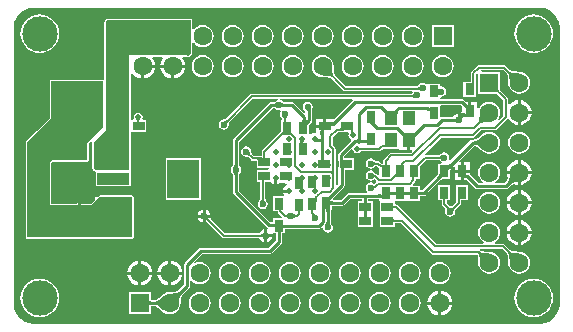
<source format=gbl>
G04*
G04 #@! TF.GenerationSoftware,Altium Limited,Altium Designer,21.6.1 (37)*
G04*
G04 Layer_Physical_Order=2*
G04 Layer_Color=16711680*
%FSLAX25Y25*%
%MOIN*%
G70*
G04*
G04 #@! TF.SameCoordinates,071825C8-D767-4C1D-B5F0-F0FA3D86134F*
G04*
G04*
G04 #@! TF.FilePolarity,Positive*
G04*
G01*
G75*
%ADD13C,0.01000*%
%ADD14C,0.00600*%
%ADD25R,0.03000X0.04000*%
%ADD47C,0.02000*%
%ADD48C,0.11811*%
%ADD49C,0.06299*%
%ADD50R,0.06299X0.06299*%
%ADD51O,0.07874X0.05906*%
%ADD52O,0.03937X0.03150*%
%ADD53R,0.06299X0.06299*%
%ADD54C,0.01968*%
%ADD55C,0.02362*%
%ADD56C,0.02200*%
%ADD57R,0.03150X0.04000*%
%ADD58R,0.04331X0.04724*%
%ADD59R,0.04000X0.03150*%
%ADD60R,0.04000X0.03000*%
%ADD61R,0.10630X0.12992*%
%ADD62R,0.10630X0.03937*%
%ADD63R,0.04724X0.05512*%
G36*
X650542Y398731D02*
X651816Y398203D01*
X652962Y397437D01*
X653937Y396462D01*
X654703Y395316D01*
X655231Y394042D01*
X655500Y392689D01*
Y392000D01*
Y300500D01*
Y299811D01*
X655231Y298458D01*
X654703Y297184D01*
X653937Y296038D01*
X652962Y295063D01*
X651816Y294297D01*
X650542Y293769D01*
X649189Y293500D01*
X479811D01*
X478458Y293769D01*
X477184Y294297D01*
X476038Y295063D01*
X475063Y296038D01*
X474297Y297184D01*
X473769Y298458D01*
X473500Y299811D01*
Y300500D01*
Y392000D01*
Y392689D01*
X473769Y394042D01*
X474297Y395316D01*
X475063Y396462D01*
X476038Y397437D01*
X477184Y398203D01*
X478458Y398731D01*
X479811Y399000D01*
X649189D01*
X650542Y398731D01*
D02*
G37*
%LPC*%
G36*
X620150Y393150D02*
X612850D01*
Y385850D01*
X620150D01*
Y393150D01*
D02*
G37*
G36*
X606500Y393181D02*
X605547Y393056D01*
X604660Y392688D01*
X603897Y392103D01*
X603312Y391340D01*
X602944Y390453D01*
X602819Y389500D01*
X602944Y388547D01*
X603312Y387660D01*
X603897Y386897D01*
X604660Y386312D01*
X605547Y385944D01*
X606500Y385819D01*
X607453Y385944D01*
X608341Y386312D01*
X609103Y386897D01*
X609688Y387660D01*
X610056Y388547D01*
X610181Y389500D01*
X610056Y390453D01*
X609688Y391340D01*
X609103Y392103D01*
X608341Y392688D01*
X607453Y393056D01*
X606500Y393181D01*
D02*
G37*
G36*
X596500D02*
X595547Y393056D01*
X594660Y392688D01*
X593897Y392103D01*
X593312Y391340D01*
X592944Y390453D01*
X592819Y389500D01*
X592944Y388547D01*
X593312Y387660D01*
X593897Y386897D01*
X594660Y386312D01*
X595547Y385944D01*
X596500Y385819D01*
X597453Y385944D01*
X598341Y386312D01*
X599103Y386897D01*
X599688Y387660D01*
X600056Y388547D01*
X600181Y389500D01*
X600056Y390453D01*
X599688Y391340D01*
X599103Y392103D01*
X598341Y392688D01*
X597453Y393056D01*
X596500Y393181D01*
D02*
G37*
G36*
X586500D02*
X585547Y393056D01*
X584659Y392688D01*
X583897Y392103D01*
X583312Y391340D01*
X582944Y390453D01*
X582819Y389500D01*
X582944Y388547D01*
X583312Y387660D01*
X583897Y386897D01*
X584659Y386312D01*
X585547Y385944D01*
X586500Y385819D01*
X587453Y385944D01*
X588341Y386312D01*
X589103Y386897D01*
X589688Y387660D01*
X590056Y388547D01*
X590181Y389500D01*
X590056Y390453D01*
X589688Y391340D01*
X589103Y392103D01*
X588341Y392688D01*
X587453Y393056D01*
X586500Y393181D01*
D02*
G37*
G36*
X576500D02*
X575547Y393056D01*
X574659Y392688D01*
X573897Y392103D01*
X573312Y391340D01*
X572944Y390453D01*
X572819Y389500D01*
X572944Y388547D01*
X573312Y387660D01*
X573897Y386897D01*
X574659Y386312D01*
X575547Y385944D01*
X576500Y385819D01*
X577453Y385944D01*
X578340Y386312D01*
X579103Y386897D01*
X579688Y387660D01*
X580056Y388547D01*
X580181Y389500D01*
X580056Y390453D01*
X579688Y391340D01*
X579103Y392103D01*
X578340Y392688D01*
X577453Y393056D01*
X576500Y393181D01*
D02*
G37*
G36*
X566500D02*
X565547Y393056D01*
X564660Y392688D01*
X563897Y392103D01*
X563312Y391340D01*
X562944Y390453D01*
X562819Y389500D01*
X562944Y388547D01*
X563312Y387660D01*
X563897Y386897D01*
X564660Y386312D01*
X565547Y385944D01*
X566500Y385819D01*
X567453Y385944D01*
X568340Y386312D01*
X569103Y386897D01*
X569688Y387660D01*
X570056Y388547D01*
X570181Y389500D01*
X570056Y390453D01*
X569688Y391340D01*
X569103Y392103D01*
X568340Y392688D01*
X567453Y393056D01*
X566500Y393181D01*
D02*
G37*
G36*
X556500D02*
X555547Y393056D01*
X554660Y392688D01*
X553897Y392103D01*
X553312Y391340D01*
X552944Y390453D01*
X552819Y389500D01*
X552944Y388547D01*
X553312Y387660D01*
X553897Y386897D01*
X554660Y386312D01*
X555547Y385944D01*
X556500Y385819D01*
X557453Y385944D01*
X558341Y386312D01*
X559103Y386897D01*
X559688Y387660D01*
X560056Y388547D01*
X560181Y389500D01*
X560056Y390453D01*
X559688Y391340D01*
X559103Y392103D01*
X558341Y392688D01*
X557453Y393056D01*
X556500Y393181D01*
D02*
G37*
G36*
X546500D02*
X545547Y393056D01*
X544660Y392688D01*
X543897Y392103D01*
X543312Y391340D01*
X542944Y390453D01*
X542819Y389500D01*
X542944Y388547D01*
X543312Y387660D01*
X543897Y386897D01*
X544660Y386312D01*
X545547Y385944D01*
X546500Y385819D01*
X547453Y385944D01*
X548341Y386312D01*
X549103Y386897D01*
X549688Y387660D01*
X550056Y388547D01*
X550181Y389500D01*
X550056Y390453D01*
X549688Y391340D01*
X549103Y392103D01*
X548341Y392688D01*
X547453Y393056D01*
X546500Y393181D01*
D02*
G37*
G36*
X504700Y395341D02*
X504317Y395183D01*
Y395183D01*
X503817Y394683D01*
X503659Y394300D01*
X503659Y394300D01*
Y375181D01*
X503300Y374941D01*
X486000D01*
X485617Y374783D01*
X485459Y374400D01*
Y362324D01*
X481142Y358008D01*
X480897Y357819D01*
X480708Y357574D01*
X477617Y354483D01*
X477459Y354100D01*
X477459Y354100D01*
Y322400D01*
X477617Y322017D01*
X478000Y321859D01*
X513000D01*
X513383Y322017D01*
X513541Y322400D01*
Y335900D01*
X513383Y336283D01*
X513000Y336441D01*
X502200D01*
X501817Y336283D01*
X501817Y336283D01*
X501448Y335913D01*
X500457D01*
Y334922D01*
X499176Y333641D01*
X496552Y333641D01*
X496435Y333690D01*
X495869Y333764D01*
Y333100D01*
X499400Y333100D01*
X502200Y335900D01*
X513000D01*
Y322400D01*
X478000D01*
Y354100D01*
X486000Y362100D01*
Y374400D01*
X503300D01*
X503300Y359300D01*
X498000Y354000D01*
Y348200D01*
X486300D01*
X485500Y347400D01*
Y333100D01*
X494869Y333100D01*
Y333764D01*
X494303Y333690D01*
X494186Y333641D01*
X486041Y333641D01*
Y347176D01*
X486524Y347659D01*
X498000D01*
X498383Y347817D01*
X498541Y348200D01*
Y353776D01*
X499325Y354560D01*
X499719Y354324D01*
X499759Y354286D01*
Y345400D01*
X499759Y345400D01*
X499917Y345017D01*
X499917Y345017D01*
X500317Y344617D01*
X500700Y344459D01*
X500957Y344062D01*
Y339531D01*
X512587D01*
Y344468D01*
X512587Y344468D01*
X512587D01*
X512528Y344969D01*
X512541Y345000D01*
Y348587D01*
X512587D01*
Y353524D01*
X512541D01*
Y356970D01*
X512650Y357425D01*
X513041Y357425D01*
X517650D01*
Y361575D01*
X516722D01*
X516429Y362075D01*
X516513Y362500D01*
X516398Y363079D01*
X516070Y363570D01*
X515579Y363898D01*
X515000Y364013D01*
X514421Y363898D01*
X513930Y363570D01*
X513602Y363079D01*
X513487Y362500D01*
X513571Y362075D01*
X513277Y361575D01*
X512650Y361575D01*
X512541Y362030D01*
Y377021D01*
X513041Y377191D01*
X513541Y376540D01*
X514407Y375875D01*
X515417Y375457D01*
X516000Y375380D01*
Y379500D01*
X516500D01*
Y380000D01*
X520620D01*
X520543Y380583D01*
X520125Y381593D01*
X519690Y382159D01*
X519937Y382659D01*
X523063D01*
X523310Y382159D01*
X522875Y381593D01*
X522457Y380583D01*
X522380Y380000D01*
X526500D01*
Y379500D01*
D01*
Y380000D01*
X530620D01*
X530543Y380583D01*
X530125Y381593D01*
X529690Y382159D01*
X529937Y382659D01*
X531076D01*
X531117Y382617D01*
X531500Y382459D01*
X531883Y382617D01*
X531883Y382617D01*
X532883Y383617D01*
X533041Y384000D01*
X533041Y384000D01*
Y387191D01*
X533541Y387361D01*
X533897Y386897D01*
X534659Y386312D01*
X535547Y385944D01*
X536500Y385819D01*
X537453Y385944D01*
X538341Y386312D01*
X539103Y386897D01*
X539688Y387660D01*
X540056Y388547D01*
X540181Y389500D01*
X540056Y390453D01*
X539688Y391340D01*
X539103Y392103D01*
X538341Y392688D01*
X537453Y393056D01*
X536500Y393181D01*
X535547Y393056D01*
X534659Y392688D01*
X533897Y392103D01*
X533541Y391639D01*
X533041Y391809D01*
Y394800D01*
X532883Y395183D01*
X532500Y395341D01*
X504700D01*
X504700Y395341D01*
D02*
G37*
G36*
X646819Y396755D02*
X645563Y396632D01*
X644356Y396266D01*
X643243Y395671D01*
X642268Y394870D01*
X641467Y393895D01*
X640872Y392782D01*
X640506Y391575D01*
X640382Y390319D01*
X640506Y389063D01*
X640872Y387856D01*
X641467Y386743D01*
X642268Y385768D01*
X643243Y384967D01*
X644356Y384372D01*
X645563Y384006D01*
X646819Y383882D01*
X648075Y384006D01*
X649282Y384372D01*
X650395Y384967D01*
X651370Y385768D01*
X652171Y386743D01*
X652765Y387856D01*
X653132Y389063D01*
X653255Y390319D01*
X653132Y391575D01*
X652765Y392782D01*
X652171Y393895D01*
X651370Y394870D01*
X650395Y395671D01*
X649282Y396266D01*
X648075Y396632D01*
X646819Y396755D01*
D02*
G37*
G36*
X482181D02*
X480925Y396632D01*
X479718Y396266D01*
X478605Y395671D01*
X477630Y394870D01*
X476829Y393895D01*
X476235Y392782D01*
X475868Y391575D01*
X475745Y390319D01*
X475868Y389063D01*
X476235Y387856D01*
X476829Y386743D01*
X477630Y385768D01*
X478605Y384967D01*
X479718Y384372D01*
X480925Y384006D01*
X482181Y383882D01*
X483437Y384006D01*
X484644Y384372D01*
X485757Y384967D01*
X486732Y385768D01*
X487533Y386743D01*
X488128Y387856D01*
X488494Y389063D01*
X488618Y390319D01*
X488494Y391575D01*
X488128Y392782D01*
X487533Y393895D01*
X486732Y394870D01*
X485757Y395671D01*
X484644Y396266D01*
X483437Y396632D01*
X482181Y396755D01*
D02*
G37*
G36*
X616500Y383181D02*
X615547Y383056D01*
X614660Y382688D01*
X613897Y382103D01*
X613312Y381341D01*
X612944Y380453D01*
X612819Y379500D01*
X612944Y378547D01*
X613312Y377660D01*
X613897Y376897D01*
X614660Y376312D01*
X615547Y375944D01*
X616500Y375819D01*
X617453Y375944D01*
X618340Y376312D01*
X619103Y376897D01*
X619688Y377660D01*
X620056Y378547D01*
X620181Y379500D01*
X620056Y380453D01*
X619688Y381341D01*
X619103Y382103D01*
X618340Y382688D01*
X617453Y383056D01*
X616500Y383181D01*
D02*
G37*
G36*
X606500D02*
X605547Y383056D01*
X604660Y382688D01*
X603897Y382103D01*
X603312Y381341D01*
X602944Y380453D01*
X602819Y379500D01*
X602944Y378547D01*
X603312Y377660D01*
X603897Y376897D01*
X604660Y376312D01*
X605547Y375944D01*
X606500Y375819D01*
X607453Y375944D01*
X608341Y376312D01*
X609103Y376897D01*
X609688Y377660D01*
X610056Y378547D01*
X610181Y379500D01*
X610056Y380453D01*
X609688Y381341D01*
X609103Y382103D01*
X608341Y382688D01*
X607453Y383056D01*
X606500Y383181D01*
D02*
G37*
G36*
X596500D02*
X595547Y383056D01*
X594660Y382688D01*
X593897Y382103D01*
X593312Y381341D01*
X592944Y380453D01*
X592819Y379500D01*
X592944Y378547D01*
X593312Y377660D01*
X593897Y376897D01*
X594660Y376312D01*
X595547Y375944D01*
X596500Y375819D01*
X597453Y375944D01*
X598341Y376312D01*
X599103Y376897D01*
X599688Y377660D01*
X600056Y378547D01*
X600181Y379500D01*
X600056Y380453D01*
X599688Y381341D01*
X599103Y382103D01*
X598341Y382688D01*
X597453Y383056D01*
X596500Y383181D01*
D02*
G37*
G36*
X586500D02*
X585547Y383056D01*
X584659Y382688D01*
X583897Y382103D01*
X583312Y381341D01*
X582944Y380453D01*
X582819Y379500D01*
X582944Y378547D01*
X583312Y377660D01*
X583897Y376897D01*
X584659Y376312D01*
X585547Y375944D01*
X586500Y375819D01*
X587453Y375944D01*
X588341Y376312D01*
X589103Y376897D01*
X589688Y377660D01*
X590056Y378547D01*
X590181Y379500D01*
X590056Y380453D01*
X589688Y381341D01*
X589103Y382103D01*
X588341Y382688D01*
X587453Y383056D01*
X586500Y383181D01*
D02*
G37*
G36*
X566500D02*
X565547Y383056D01*
X564660Y382688D01*
X563897Y382103D01*
X563312Y381341D01*
X562944Y380453D01*
X562819Y379500D01*
X562944Y378547D01*
X563312Y377660D01*
X563897Y376897D01*
X564660Y376312D01*
X565547Y375944D01*
X566500Y375819D01*
X567453Y375944D01*
X568340Y376312D01*
X569103Y376897D01*
X569688Y377660D01*
X570056Y378547D01*
X570181Y379500D01*
X570056Y380453D01*
X569688Y381341D01*
X569103Y382103D01*
X568340Y382688D01*
X567453Y383056D01*
X566500Y383181D01*
D02*
G37*
G36*
X556500D02*
X555547Y383056D01*
X554660Y382688D01*
X553897Y382103D01*
X553312Y381341D01*
X552944Y380453D01*
X552819Y379500D01*
X552944Y378547D01*
X553312Y377660D01*
X553897Y376897D01*
X554660Y376312D01*
X555547Y375944D01*
X556500Y375819D01*
X557453Y375944D01*
X558341Y376312D01*
X559103Y376897D01*
X559688Y377660D01*
X560056Y378547D01*
X560181Y379500D01*
X560056Y380453D01*
X559688Y381341D01*
X559103Y382103D01*
X558341Y382688D01*
X557453Y383056D01*
X556500Y383181D01*
D02*
G37*
G36*
X546500D02*
X545547Y383056D01*
X544660Y382688D01*
X543897Y382103D01*
X543312Y381341D01*
X542944Y380453D01*
X542819Y379500D01*
X542944Y378547D01*
X543312Y377660D01*
X543897Y376897D01*
X544660Y376312D01*
X545547Y375944D01*
X546500Y375819D01*
X547453Y375944D01*
X548341Y376312D01*
X549103Y376897D01*
X549688Y377660D01*
X550056Y378547D01*
X550181Y379500D01*
X550056Y380453D01*
X549688Y381341D01*
X549103Y382103D01*
X548341Y382688D01*
X547453Y383056D01*
X546500Y383181D01*
D02*
G37*
G36*
X536500D02*
X535547Y383056D01*
X534659Y382688D01*
X533897Y382103D01*
X533312Y381341D01*
X532944Y380453D01*
X532819Y379500D01*
X532944Y378547D01*
X533312Y377660D01*
X533897Y376897D01*
X534659Y376312D01*
X535547Y375944D01*
X536500Y375819D01*
X537453Y375944D01*
X538341Y376312D01*
X539103Y376897D01*
X539688Y377660D01*
X540056Y378547D01*
X540181Y379500D01*
X540056Y380453D01*
X539688Y381341D01*
X539103Y382103D01*
X538341Y382688D01*
X537453Y383056D01*
X536500Y383181D01*
D02*
G37*
G36*
X530620Y379000D02*
X527000D01*
Y375380D01*
X527583Y375457D01*
X528593Y375875D01*
X529459Y376540D01*
X530125Y377407D01*
X530543Y378417D01*
X530620Y379000D01*
D02*
G37*
G36*
X520620D02*
X517000D01*
Y375380D01*
X517583Y375457D01*
X518593Y375875D01*
X519459Y376540D01*
X520125Y377407D01*
X520543Y378417D01*
X520620Y379000D01*
D02*
G37*
G36*
X526000D02*
X522380D01*
X522457Y378417D01*
X522875Y377407D01*
X523540Y376540D01*
X524407Y375875D01*
X525417Y375457D01*
X526000Y375380D01*
Y379000D01*
D02*
G37*
G36*
X576500Y383181D02*
X575547Y383056D01*
X574659Y382688D01*
X573897Y382103D01*
X573312Y381341D01*
X572944Y380453D01*
X572819Y379500D01*
X572944Y378547D01*
X573312Y377660D01*
X573897Y376897D01*
X574659Y376312D01*
X575547Y375944D01*
X576500Y375819D01*
X576505Y375820D01*
X576530Y375809D01*
X576532D01*
X576532Y375809D01*
X576532Y375809D01*
X577036Y375808D01*
X577486Y375794D01*
X578276Y375727D01*
X578592Y375678D01*
X578866Y375618D01*
X579091Y375550D01*
X579264Y375478D01*
X579384Y375409D01*
X579498Y375316D01*
X579545Y375302D01*
X583423Y371423D01*
X583423Y371423D01*
X583688Y371246D01*
X584000Y371184D01*
X606269D01*
X606452Y370920D01*
X606487Y370684D01*
X606424Y370600D01*
X606367Y370533D01*
X606313Y370478D01*
X606262Y370435D01*
X606215Y370403D01*
X606173Y370379D01*
X606133Y370362D01*
X606095Y370351D01*
X606056Y370344D01*
X605984Y370340D01*
X605953Y370325D01*
X605920Y370333D01*
X605893Y370316D01*
X553000D01*
X553000Y370316D01*
X552688Y370254D01*
X552423Y370077D01*
X552423Y370077D01*
X544289Y361943D01*
X544235Y361924D01*
X544183Y361877D01*
X544147Y361851D01*
X544103Y361825D01*
X544051Y361801D01*
X543989Y361779D01*
X543917Y361759D01*
X543833Y361743D01*
X543739Y361731D01*
X543633Y361724D01*
X543504Y361722D01*
X543472Y361708D01*
X542844Y361584D01*
X542288Y361212D01*
X541916Y360656D01*
X541786Y360000D01*
X541916Y359344D01*
X542288Y358788D01*
X542844Y358416D01*
X543500Y358286D01*
X544156Y358416D01*
X544712Y358788D01*
X545084Y359344D01*
X545209Y359972D01*
X545222Y360004D01*
X545224Y360133D01*
X545231Y360239D01*
X545243Y360333D01*
X545259Y360417D01*
X545279Y360489D01*
X545301Y360551D01*
X545325Y360603D01*
X545351Y360647D01*
X545377Y360683D01*
X545424Y360735D01*
X545443Y360789D01*
X553338Y368684D01*
X561696D01*
X561720Y368668D01*
X561706Y368156D01*
X561344Y368084D01*
X560827Y367738D01*
X560789Y367724D01*
X560741Y367679D01*
X560709Y367655D01*
X560673Y367633D01*
X560632Y367612D01*
X560583Y367593D01*
X560528Y367576D01*
X560464Y367562D01*
X560392Y367551D01*
X560311Y367544D01*
X560207Y367541D01*
X560159Y367520D01*
X559400D01*
X559010Y367442D01*
X558679Y367221D01*
X546879Y355421D01*
X546658Y355090D01*
X546580Y354700D01*
Y346741D01*
X546559Y346693D01*
X546556Y346589D01*
X546549Y346508D01*
X546538Y346436D01*
X546524Y346372D01*
X546507Y346316D01*
X546488Y346268D01*
X546467Y346227D01*
X546445Y346191D01*
X546421Y346159D01*
X546376Y346111D01*
X546362Y346073D01*
X546016Y345556D01*
X545886Y344900D01*
X546016Y344244D01*
X546362Y343727D01*
X546376Y343689D01*
X546421Y343641D01*
X546445Y343609D01*
X546467Y343573D01*
X546488Y343532D01*
X546507Y343483D01*
X546524Y343428D01*
X546538Y343364D01*
X546549Y343292D01*
X546556Y343211D01*
X546559Y343107D01*
X546580Y343059D01*
Y337500D01*
X546658Y337110D01*
X546879Y336779D01*
X557879Y325779D01*
X558210Y325558D01*
X558039Y325117D01*
X558000Y325124D01*
Y323500D01*
X559787D01*
X559828Y323644D01*
Y323644D01*
X559828Y323644D01*
Y323644D01*
X560065Y323850D01*
X560282Y323850D01*
X560980D01*
Y321422D01*
X558578Y319020D01*
X536000D01*
X535610Y318942D01*
X535279Y318721D01*
X530536Y313978D01*
X530315Y313647D01*
X530237Y313257D01*
Y306679D01*
X528371Y304813D01*
X528329Y304800D01*
X528189Y304679D01*
X528047Y304588D01*
X527866Y304501D01*
X527646Y304420D01*
X527388Y304349D01*
X527091Y304290D01*
X526763Y304245D01*
X525973Y304194D01*
X525528Y304191D01*
X525504Y304181D01*
X525500Y304181D01*
X524547Y304056D01*
X523660Y303688D01*
X522897Y303103D01*
X522895Y303100D01*
X522871Y303090D01*
X522553Y302777D01*
X521959Y302255D01*
X521695Y302055D01*
X521443Y301887D01*
X521210Y301754D01*
X520998Y301656D01*
X520809Y301590D01*
X520643Y301554D01*
X520459Y301540D01*
X520420Y301520D01*
X519700D01*
X519652Y301541D01*
X519476Y301546D01*
X519341Y301557D01*
X519235Y301575D01*
X519162Y301594D01*
X519150Y301599D01*
Y304150D01*
X511850D01*
Y296850D01*
X519150D01*
Y299401D01*
X519162Y299406D01*
X519235Y299425D01*
X519341Y299443D01*
X519476Y299454D01*
X519652Y299459D01*
X519700Y299480D01*
X520420D01*
X520459Y299460D01*
X520643Y299446D01*
X520809Y299410D01*
X520998Y299344D01*
X521210Y299246D01*
X521443Y299113D01*
X521695Y298945D01*
X521959Y298745D01*
X522553Y298223D01*
X522871Y297910D01*
X522895Y297900D01*
X522897Y297897D01*
X523660Y297312D01*
X524547Y296944D01*
X525500Y296819D01*
X526453Y296944D01*
X527341Y297312D01*
X528103Y297897D01*
X528688Y298659D01*
X529056Y299547D01*
X529181Y300500D01*
X529181Y300504D01*
X529191Y300528D01*
X529194Y300973D01*
X529245Y301763D01*
X529290Y302091D01*
X529349Y302388D01*
X529420Y302646D01*
X529500Y302866D01*
X529588Y303046D01*
X529679Y303189D01*
X529800Y303329D01*
X529813Y303371D01*
X531978Y305536D01*
X532199Y305867D01*
X532277Y306257D01*
Y307884D01*
X532777Y308054D01*
X532897Y307897D01*
X533660Y307312D01*
X534547Y306944D01*
X535500Y306819D01*
X536453Y306944D01*
X537340Y307312D01*
X538103Y307897D01*
X538688Y308660D01*
X539056Y309547D01*
X539181Y310500D01*
X539056Y311453D01*
X538688Y312340D01*
X538103Y313103D01*
X537340Y313688D01*
X536453Y314056D01*
X535500Y314181D01*
X534547Y314056D01*
X533962Y313813D01*
X533679Y314237D01*
X536422Y316980D01*
X559000D01*
X559390Y317058D01*
X559721Y317279D01*
X562721Y320279D01*
X562942Y320610D01*
X563020Y321000D01*
Y323850D01*
X564075D01*
Y325330D01*
X575350D01*
X575740Y325408D01*
X576000Y325582D01*
X576272Y325531D01*
X576546Y325397D01*
X576616Y325044D01*
X576988Y324488D01*
X577544Y324116D01*
X578200Y323986D01*
X578856Y324116D01*
X579412Y324488D01*
X579784Y325044D01*
X579914Y325700D01*
X579784Y326356D01*
X579438Y326873D01*
X579424Y326911D01*
X579379Y326959D01*
X579355Y326991D01*
X579333Y327027D01*
X579312Y327068D01*
X579293Y327116D01*
X579276Y327172D01*
X579262Y327236D01*
X579251Y327308D01*
X579244Y327389D01*
X579241Y327493D01*
X579220Y327541D01*
Y330947D01*
X579241Y330995D01*
X579252Y331337D01*
X579263Y331454D01*
X579270Y331500D01*
X579500D01*
Y331939D01*
X579529Y332008D01*
X579509Y332057D01*
X579520Y332109D01*
X579500Y332141D01*
Y332901D01*
X579512Y332906D01*
X579586Y332925D01*
X579691Y332943D01*
X579826Y332954D01*
X580002Y332959D01*
X580050Y332980D01*
X583113D01*
X583503Y333058D01*
X583834Y333279D01*
X585735Y335180D01*
X589480D01*
Y334575D01*
X588200D01*
Y330425D01*
X588200D01*
Y330075D01*
X588200D01*
Y325925D01*
X593200D01*
Y330075D01*
X593200D01*
Y330425D01*
X593200D01*
Y334575D01*
X591520D01*
Y335180D01*
X594875D01*
X594923Y335159D01*
X595097Y335155D01*
X595230Y335143D01*
X595335Y335126D01*
X595407Y335107D01*
X595425Y335100D01*
X595425Y334700D01*
X595500Y334231D01*
Y330575D01*
X595500Y330075D01*
X595500Y329925D01*
Y325925D01*
X600500D01*
Y327156D01*
X600502Y327156D01*
X600602Y327159D01*
X600659Y327184D01*
X602512D01*
X612773Y316923D01*
X612773Y316923D01*
X613038Y316746D01*
X613350Y316684D01*
X628056D01*
X628126Y316523D01*
X628192Y316313D01*
X628248Y316061D01*
X628291Y315768D01*
X628320Y315440D01*
X628332Y314646D01*
X628314Y314196D01*
X628318Y314185D01*
X628314Y314175D01*
X628335Y314124D01*
X628319Y314000D01*
X628444Y313047D01*
X628812Y312159D01*
X629397Y311397D01*
X630160Y310812D01*
X631047Y310444D01*
X632000Y310319D01*
X632953Y310444D01*
X633841Y310812D01*
X634603Y311397D01*
X635188Y312159D01*
X635556Y313047D01*
X635681Y314000D01*
X635556Y314953D01*
X635188Y315841D01*
X634603Y316603D01*
X633841Y317188D01*
X632953Y317556D01*
X632000Y317681D01*
X631876Y317665D01*
X631825Y317686D01*
X631815Y317682D01*
X631804Y317686D01*
X631354Y317668D01*
X630560Y317680D01*
X630232Y317709D01*
X629939Y317752D01*
X629687Y317808D01*
X629477Y317874D01*
X629310Y317947D01*
X629185Y318022D01*
X629060Y318127D01*
X628950Y318161D01*
X628916Y318184D01*
X629014Y318684D01*
X636162D01*
X637802Y317044D01*
X637816Y316998D01*
X637909Y316884D01*
X637978Y316764D01*
X638050Y316591D01*
X638118Y316367D01*
X638178Y316093D01*
X638226Y315782D01*
X638308Y314526D01*
X638309Y314032D01*
X638309Y314032D01*
X638309Y314032D01*
Y314030D01*
X638320Y314005D01*
X638319Y314000D01*
X638444Y313047D01*
X638812Y312159D01*
X639397Y311397D01*
X640160Y310812D01*
X641047Y310444D01*
X642000Y310319D01*
X642953Y310444D01*
X643841Y310812D01*
X644603Y311397D01*
X645188Y312159D01*
X645556Y313047D01*
X645681Y314000D01*
X645556Y314953D01*
X645188Y315841D01*
X644603Y316603D01*
X643841Y317188D01*
X642953Y317556D01*
X642000Y317681D01*
X641995Y317680D01*
X641970Y317691D01*
X641968D01*
X641968Y317691D01*
X641968Y317691D01*
X641465Y317692D01*
X641014Y317706D01*
X640224Y317773D01*
X639908Y317822D01*
X639634Y317882D01*
X639409Y317950D01*
X639236Y318022D01*
X639116Y318091D01*
X639002Y318184D01*
X638955Y318198D01*
X637077Y320077D01*
X636812Y320254D01*
X636500Y320316D01*
X636500Y320316D01*
X633949D01*
X633841Y320812D01*
X634603Y321397D01*
X635188Y322160D01*
X635556Y323047D01*
X635681Y324000D01*
X635556Y324953D01*
X635188Y325840D01*
X634603Y326603D01*
X633841Y327188D01*
X632953Y327556D01*
X632000Y327681D01*
X631047Y327556D01*
X630160Y327188D01*
X629397Y326603D01*
X628812Y325840D01*
X628444Y324953D01*
X628319Y324000D01*
X628444Y323047D01*
X628812Y322160D01*
X629397Y321397D01*
X630160Y320812D01*
X630051Y320316D01*
X614338D01*
X601577Y333077D01*
X601312Y333254D01*
X601000Y333316D01*
X601000Y333316D01*
X600988D01*
X600500Y333750D01*
X600500Y334551D01*
X600500Y334575D01*
X600708Y334608D01*
X600969Y334650D01*
X604375D01*
Y334650D01*
X604725D01*
Y334650D01*
X608875D01*
Y336180D01*
X610125D01*
X610515Y336258D01*
X610846Y336479D01*
X615758Y341391D01*
X615806Y341409D01*
X616189Y341765D01*
X616338Y341885D01*
X616467Y341975D01*
X616509Y342000D01*
X616810D01*
X616851Y341983D01*
X616893Y342000D01*
X616894D01*
X616938Y341990D01*
X616954Y342000D01*
X619075D01*
Y344485D01*
X619081Y344493D01*
X619075Y344555D01*
Y344810D01*
X619076Y344822D01*
X619075Y344824D01*
Y344845D01*
X619106Y344924D01*
X619170Y345043D01*
X619261Y345182D01*
X619779Y345800D01*
X620000Y346027D01*
X620215Y346023D01*
X620500Y345905D01*
Y345000D01*
X622500D01*
Y347500D01*
X622095D01*
X621904Y347962D01*
X626921Y352979D01*
X626959Y352960D01*
X627143Y352946D01*
X627309Y352910D01*
X627498Y352844D01*
X627710Y352746D01*
X627943Y352613D01*
X628195Y352445D01*
X628459Y352245D01*
X629053Y351723D01*
X629371Y351410D01*
X629395Y351400D01*
X629397Y351397D01*
X630160Y350812D01*
X631047Y350444D01*
X632000Y350319D01*
X632953Y350444D01*
X633841Y350812D01*
X634603Y351397D01*
X635188Y352160D01*
X635556Y353047D01*
X635681Y354000D01*
X635556Y354953D01*
X635188Y355840D01*
X634603Y356603D01*
X633841Y357188D01*
X632953Y357556D01*
X632000Y357681D01*
X631047Y357556D01*
X630160Y357188D01*
X629397Y356603D01*
X629395Y356600D01*
X629371Y356590D01*
X629053Y356277D01*
X628459Y355755D01*
X628195Y355555D01*
X627943Y355387D01*
X627710Y355254D01*
X627498Y355156D01*
X627309Y355090D01*
X627143Y355054D01*
X626959Y355040D01*
X626920Y355020D01*
X626500D01*
X626110Y354942D01*
X625779Y354721D01*
X618747Y347689D01*
X618359Y348008D01*
X618584Y348344D01*
X618714Y349000D01*
X618584Y349656D01*
X618212Y350212D01*
X617656Y350584D01*
X617000Y350714D01*
X616344Y350584D01*
X615811Y350228D01*
X615779Y350215D01*
X615687Y350125D01*
X615607Y350055D01*
X615532Y349997D01*
X615461Y349949D01*
X615396Y349912D01*
X615337Y349884D01*
X615283Y349864D01*
X615234Y349851D01*
X615190Y349844D01*
X615120Y349840D01*
X615068Y349816D01*
X610676D01*
X610515Y350059D01*
X610455Y350302D01*
X615838Y355684D01*
X626500D01*
X626500Y355684D01*
X626812Y355746D01*
X627077Y355923D01*
X629338Y358184D01*
X634000D01*
X634000Y358184D01*
X634312Y358246D01*
X634577Y358423D01*
X637900Y361747D01*
X637983Y361775D01*
X638444Y361746D01*
X638531Y361704D01*
X639041Y361040D01*
X639907Y360375D01*
X640917Y359957D01*
X641500Y359880D01*
Y364000D01*
X642000D01*
D01*
X641500D01*
Y368120D01*
X640917Y368043D01*
X639907Y367625D01*
X639041Y366960D01*
X638816Y366667D01*
X638316Y366836D01*
Y368500D01*
X638254Y368812D01*
X638077Y369077D01*
X638077Y369077D01*
X635980Y371174D01*
X635958Y371231D01*
X635751Y371454D01*
X635690Y371530D01*
X635650Y371588D01*
Y371640D01*
X635679Y371711D01*
X635662Y371752D01*
X635672Y371795D01*
X635650Y371832D01*
Y377650D01*
X629574D01*
X629307Y378150D01*
X629330Y378184D01*
X636662D01*
X637802Y377045D01*
X637816Y376998D01*
X637909Y376884D01*
X637978Y376764D01*
X638050Y376591D01*
X638118Y376367D01*
X638178Y376093D01*
X638226Y375782D01*
X638308Y374526D01*
X638309Y374031D01*
X638309Y374031D01*
X638309Y374031D01*
Y374030D01*
X638320Y374005D01*
X638319Y374000D01*
X638444Y373047D01*
X638812Y372160D01*
X639397Y371397D01*
X640160Y370812D01*
X641047Y370444D01*
X642000Y370319D01*
X642953Y370444D01*
X643841Y370812D01*
X644603Y371397D01*
X645188Y372160D01*
X645556Y373047D01*
X645681Y374000D01*
X645556Y374953D01*
X645188Y375840D01*
X644603Y376603D01*
X643841Y377188D01*
X642953Y377556D01*
X642000Y377681D01*
X641995Y377680D01*
X641970Y377691D01*
X641968D01*
X641968Y377691D01*
X641968Y377691D01*
X641465Y377692D01*
X641014Y377706D01*
X640224Y377773D01*
X639908Y377822D01*
X639634Y377883D01*
X639409Y377950D01*
X639236Y378022D01*
X639116Y378091D01*
X639002Y378184D01*
X638955Y378198D01*
X637577Y379577D01*
X637312Y379754D01*
X637000Y379816D01*
X637000Y379816D01*
X628500D01*
X628500Y379816D01*
X628188Y379754D01*
X627923Y379577D01*
X627923Y379577D01*
X626198Y377852D01*
X626021Y377587D01*
X625959Y377275D01*
X625959Y377275D01*
Y374459D01*
X625934Y374402D01*
X625931Y374303D01*
X625931Y374300D01*
X623425D01*
Y369300D01*
X627575D01*
Y372996D01*
X627591Y373075D01*
Y373746D01*
X627604Y373777D01*
X627616Y374377D01*
X627614Y374383D01*
X627616Y374388D01*
X627591Y374450D01*
Y376803D01*
X627860Y377014D01*
X628350Y376794D01*
Y370350D01*
X634168D01*
X634205Y370328D01*
X634248Y370338D01*
X634289Y370321D01*
X634360Y370350D01*
X634411D01*
X634464Y370314D01*
X634651Y370155D01*
X634762Y370049D01*
X634821Y370025D01*
X636684Y368162D01*
Y362838D01*
X635199Y361352D01*
X634822Y361683D01*
X635188Y362159D01*
X635556Y363047D01*
X635681Y364000D01*
X635556Y364953D01*
X635188Y365841D01*
X634603Y366603D01*
X633841Y367188D01*
X632953Y367556D01*
X632000Y367681D01*
X631047Y367556D01*
X630160Y367188D01*
X629397Y366603D01*
X628812Y365841D01*
X628575Y365268D01*
X628075Y365367D01*
Y367500D01*
X626000D01*
Y364500D01*
X625000D01*
Y366125D01*
X623949Y365074D01*
X624005Y365150D01*
X624032Y365242D01*
X624030Y365347D01*
X624001Y365467D01*
X623943Y365601D01*
X623857Y365750D01*
X623743Y365913D01*
X623600Y366090D01*
X623230Y366488D01*
X623937Y367195D01*
X624143Y366996D01*
X624512Y366682D01*
X624676Y366568D01*
X624824Y366482D01*
X624958Y366424D01*
X625000Y366414D01*
Y367500D01*
X624401D01*
X624313Y367584D01*
X624263Y367604D01*
X623646Y368221D01*
X623315Y368442D01*
X622925Y368520D01*
X616052D01*
X615769Y368553D01*
X615710Y368906D01*
X616000Y369286D01*
X616656Y369416D01*
X617212Y369788D01*
X617584Y370344D01*
X617714Y371000D01*
X617584Y371656D01*
X617212Y372212D01*
X616656Y372584D01*
X616000Y372714D01*
X615961Y372706D01*
X615575Y373024D01*
Y373575D01*
X611425D01*
X611425Y373575D01*
Y373575D01*
X610925Y373537D01*
X610556Y373784D01*
X609900Y373914D01*
X609244Y373784D01*
X608688Y373412D01*
X608575Y373243D01*
X608494Y373194D01*
X608424Y373100D01*
X608367Y373033D01*
X608313Y372978D01*
X608262Y372935D01*
X608215Y372903D01*
X608173Y372879D01*
X608133Y372862D01*
X608095Y372851D01*
X608056Y372844D01*
X607984Y372840D01*
X607953Y372825D01*
X607920Y372833D01*
X607893Y372816D01*
X584338D01*
X580698Y376455D01*
X580684Y376502D01*
X580591Y376616D01*
X580522Y376736D01*
X580450Y376909D01*
X580382Y377133D01*
X580322Y377407D01*
X580274Y377718D01*
X580192Y378974D01*
X580191Y379468D01*
X580191Y379468D01*
X580191Y379468D01*
Y379470D01*
X580180Y379495D01*
X580181Y379500D01*
X580056Y380453D01*
X579688Y381341D01*
X579103Y382103D01*
X578340Y382688D01*
X577453Y383056D01*
X576500Y383181D01*
D02*
G37*
G36*
X642500Y368120D02*
Y364500D01*
X646120D01*
X646043Y365083D01*
X645625Y366093D01*
X644959Y366960D01*
X644093Y367625D01*
X643083Y368043D01*
X642500Y368120D01*
D02*
G37*
G36*
X646120Y363500D02*
X642500D01*
Y359880D01*
X643083Y359957D01*
X644093Y360375D01*
X644959Y361040D01*
X645625Y361907D01*
X646043Y362917D01*
X646120Y363500D01*
D02*
G37*
G36*
X642000Y357681D02*
X641047Y357556D01*
X640160Y357188D01*
X639397Y356603D01*
X638812Y355840D01*
X638444Y354953D01*
X638319Y354000D01*
X638444Y353047D01*
X638812Y352160D01*
X639397Y351397D01*
X640160Y350812D01*
X641047Y350444D01*
X642000Y350319D01*
X642953Y350444D01*
X643841Y350812D01*
X644603Y351397D01*
X645188Y352160D01*
X645556Y353047D01*
X645681Y354000D01*
X645556Y354953D01*
X645188Y355840D01*
X644603Y356603D01*
X643841Y357188D01*
X642953Y357556D01*
X642000Y357681D01*
D02*
G37*
G36*
X625500Y347500D02*
X623500D01*
Y345000D01*
X625500D01*
Y347500D01*
D02*
G37*
G36*
X642500Y348120D02*
Y344500D01*
X646120D01*
X646043Y345083D01*
X645625Y346093D01*
X644959Y346959D01*
X644093Y347625D01*
X643083Y348043D01*
X642500Y348120D01*
D02*
G37*
G36*
X641500D02*
X640917Y348043D01*
X639907Y347625D01*
X639041Y346959D01*
X638375Y346093D01*
X637957Y345083D01*
X637880Y344500D01*
X641500D01*
Y348120D01*
D02*
G37*
G36*
X622500Y344000D02*
X620500D01*
Y341500D01*
X622500D01*
Y344000D01*
D02*
G37*
G36*
X641500Y343500D02*
X639319D01*
X641500Y341319D01*
Y343500D01*
D02*
G37*
G36*
X632000Y347681D02*
X631047Y347556D01*
X630160Y347188D01*
X629397Y346603D01*
X628812Y345841D01*
X628444Y344953D01*
X628319Y344000D01*
X628444Y343047D01*
X628812Y342160D01*
X629397Y341397D01*
X629889Y341020D01*
X629719Y340520D01*
X628422D01*
X625500Y343442D01*
Y344000D01*
X623500D01*
Y341500D01*
X624558D01*
X627279Y338779D01*
X627610Y338558D01*
X628000Y338480D01*
X637500D01*
X637890Y338558D01*
X638221Y338779D01*
X639129Y339687D01*
X639171Y339700D01*
X639311Y339821D01*
X639454Y339912D01*
X639634Y340000D01*
X639853Y340080D01*
X640112Y340151D01*
X640340Y340196D01*
X640917Y339957D01*
X641500Y339880D01*
Y340847D01*
X640683Y340794D01*
X640319Y340744D01*
X639988Y340678D01*
X639689Y340596D01*
X639422Y340498D01*
X639189Y340385D01*
X638987Y340256D01*
X638818Y340111D01*
X638111Y340818D01*
X638256Y340987D01*
X638385Y341189D01*
X638498Y341422D01*
X638596Y341689D01*
X638678Y341987D01*
X638744Y342319D01*
X638794Y342683D01*
X638847Y343500D01*
X637880D01*
X637957Y342917D01*
X638196Y342340D01*
X638151Y342112D01*
X638080Y341853D01*
X637999Y341634D01*
X637912Y341454D01*
X637821Y341311D01*
X637700Y341171D01*
X637687Y341129D01*
X637078Y340520D01*
X634281D01*
X634111Y341020D01*
X634603Y341397D01*
X635188Y342160D01*
X635556Y343047D01*
X635681Y344000D01*
X635556Y344953D01*
X635188Y345841D01*
X634603Y346603D01*
X633841Y347188D01*
X632953Y347556D01*
X632000Y347681D01*
D02*
G37*
G36*
X646120Y343500D02*
X642500D01*
Y339880D01*
X643083Y339957D01*
X644093Y340375D01*
X644959Y341040D01*
X645625Y341907D01*
X646043Y342917D01*
X646120Y343500D01*
D02*
G37*
G36*
X535815Y348996D02*
X524185D01*
Y335004D01*
X535815D01*
Y348996D01*
D02*
G37*
G36*
X642500Y338120D02*
Y334500D01*
X646120D01*
X646043Y335083D01*
X645625Y336093D01*
X644959Y336960D01*
X644093Y337625D01*
X643083Y338043D01*
X642500Y338120D01*
D02*
G37*
G36*
X641500D02*
X640917Y338043D01*
X639907Y337625D01*
X639041Y336960D01*
X638375Y336093D01*
X637957Y335083D01*
X637880Y334500D01*
X641500D01*
Y338120D01*
D02*
G37*
G36*
X625000Y339700D02*
X621000D01*
Y336079D01*
X620984Y336000D01*
X620984Y336000D01*
Y335254D01*
X620971Y335223D01*
X620959Y334623D01*
X620961Y334617D01*
X620959Y334612D01*
X620984Y334550D01*
Y334138D01*
X619789Y332943D01*
X619735Y332924D01*
X619683Y332877D01*
X619647Y332851D01*
X619603Y332825D01*
X619551Y332801D01*
X619489Y332779D01*
X619417Y332759D01*
X619334Y332743D01*
X619239Y332731D01*
X619236Y332731D01*
X619206Y332741D01*
X619099Y332780D01*
X618893Y332868D01*
X618819Y332906D01*
X618753Y332944D01*
X618699Y332980D01*
X618658Y333012D01*
X618611Y333055D01*
X618556Y333075D01*
X617816Y333815D01*
Y334541D01*
X617841Y334598D01*
X617844Y334698D01*
X617844Y334700D01*
X619075D01*
Y339700D01*
X614925D01*
Y334700D01*
X616156D01*
X616156Y334698D01*
X616159Y334598D01*
X616184Y334541D01*
Y333477D01*
X616184Y333477D01*
X616246Y333165D01*
X616423Y332900D01*
X617211Y332112D01*
X617212Y332110D01*
X617222Y332101D01*
X617268Y332055D01*
X617287Y332002D01*
X617335Y331947D01*
X617356Y331918D01*
X617371Y331889D01*
X617382Y331859D01*
X617391Y331824D01*
X617396Y331782D01*
X617396Y331730D01*
X617390Y331667D01*
X617377Y331593D01*
X617349Y331489D01*
X617362Y331385D01*
X617286Y331000D01*
X617416Y330344D01*
X617788Y329788D01*
X618344Y329416D01*
X619000Y329286D01*
X619656Y329416D01*
X620212Y329788D01*
X620584Y330344D01*
X620709Y330972D01*
X620722Y331004D01*
X620724Y331133D01*
X620731Y331239D01*
X620743Y331333D01*
X620759Y331417D01*
X620779Y331489D01*
X620801Y331551D01*
X620825Y331603D01*
X620851Y331647D01*
X620877Y331683D01*
X620924Y331735D01*
X620943Y331789D01*
X622377Y333223D01*
X622377Y333223D01*
X622554Y333488D01*
X622616Y333800D01*
X622616Y333800D01*
Y334541D01*
X622641Y334598D01*
X622644Y334697D01*
X622644Y334700D01*
X625000D01*
Y339700D01*
D02*
G37*
G36*
X632000Y337681D02*
X631047Y337556D01*
X630160Y337188D01*
X629397Y336603D01*
X628812Y335841D01*
X628444Y334953D01*
X628319Y334000D01*
X628444Y333047D01*
X628812Y332159D01*
X629397Y331397D01*
X630160Y330812D01*
X631047Y330444D01*
X632000Y330319D01*
X632953Y330444D01*
X633841Y330812D01*
X634603Y331397D01*
X635188Y332159D01*
X635556Y333047D01*
X635681Y334000D01*
X635556Y334953D01*
X635188Y335841D01*
X634603Y336603D01*
X633841Y337188D01*
X632953Y337556D01*
X632000Y337681D01*
D02*
G37*
G36*
X537500Y331624D02*
Y330000D01*
X539124D01*
X539055Y330351D01*
X538573Y331072D01*
X537851Y331555D01*
X537500Y331624D01*
D02*
G37*
G36*
X536500D02*
X536149Y331555D01*
X535428Y331072D01*
X534945Y330351D01*
X534876Y330000D01*
X536500D01*
Y331624D01*
D02*
G37*
G36*
X646120Y333500D02*
X642500D01*
Y329880D01*
X643083Y329957D01*
X644093Y330375D01*
X644959Y331041D01*
X645625Y331907D01*
X646043Y332917D01*
X646120Y333500D01*
D02*
G37*
G36*
X641500D02*
X637880D01*
X637957Y332917D01*
X638375Y331907D01*
X639041Y331041D01*
X639907Y330375D01*
X640917Y329957D01*
X641500Y329880D01*
Y333500D01*
D02*
G37*
G36*
X537693Y329000D02*
X537500D01*
Y328807D01*
X537693Y329000D01*
D02*
G37*
G36*
X539124D02*
X538224D01*
X538232Y328961D01*
X538262Y328848D01*
X538300Y328744D01*
X538344Y328647D01*
X538396Y328558D01*
X538455Y328477D01*
X538521Y328403D01*
X538097Y327979D01*
X538023Y328045D01*
X537942Y328104D01*
X537853Y328155D01*
X537756Y328200D01*
X537652Y328238D01*
X537539Y328268D01*
X537500Y328276D01*
Y327376D01*
X537851Y327445D01*
X537881Y327466D01*
X542923Y322423D01*
X542923Y322423D01*
X543188Y322246D01*
X543500Y322184D01*
X543500Y322184D01*
X555438D01*
X555445Y322149D01*
X555928Y321427D01*
X556649Y320945D01*
X557000Y320876D01*
Y323000D01*
Y325124D01*
X556649Y325055D01*
X555928Y324572D01*
X555445Y323851D01*
X555438Y323816D01*
X543838D01*
X539035Y328619D01*
X539055Y328649D01*
X539124Y329000D01*
D02*
G37*
G36*
X536500D02*
X534876D01*
X534945Y328649D01*
X535428Y327927D01*
X536149Y327445D01*
X536500Y327376D01*
Y329000D01*
D02*
G37*
G36*
X642500Y328120D02*
Y324500D01*
X646120D01*
X646043Y325083D01*
X645625Y326093D01*
X644959Y326959D01*
X644093Y327625D01*
X643083Y328043D01*
X642500Y328120D01*
D02*
G37*
G36*
X641500D02*
X640917Y328043D01*
X639907Y327625D01*
X639041Y326959D01*
X638375Y326093D01*
X637957Y325083D01*
X637880Y324500D01*
X641500D01*
Y328120D01*
D02*
G37*
G36*
X559624Y322500D02*
X558000D01*
Y320876D01*
X558351Y320945D01*
X559072Y321427D01*
X559555Y322149D01*
X559624Y322500D01*
D02*
G37*
G36*
X646120Y323500D02*
X642500D01*
Y319880D01*
X643083Y319957D01*
X644093Y320375D01*
X644959Y321041D01*
X645625Y321907D01*
X646043Y322917D01*
X646120Y323500D01*
D02*
G37*
G36*
X641500D02*
X637880D01*
X637957Y322917D01*
X638375Y321907D01*
X639041Y321041D01*
X639907Y320375D01*
X640917Y319957D01*
X641500Y319880D01*
Y323500D01*
D02*
G37*
G36*
X526000Y314620D02*
Y311000D01*
X529620D01*
X529543Y311583D01*
X529125Y312593D01*
X528460Y313459D01*
X527593Y314125D01*
X526583Y314543D01*
X526000Y314620D01*
D02*
G37*
G36*
X525000D02*
X524417Y314543D01*
X523407Y314125D01*
X522541Y313459D01*
X521875Y312593D01*
X521457Y311583D01*
X521380Y311000D01*
X525000D01*
Y314620D01*
D02*
G37*
G36*
X516000D02*
Y311000D01*
X519620D01*
X519543Y311583D01*
X519125Y312593D01*
X518460Y313459D01*
X517593Y314125D01*
X516583Y314543D01*
X516000Y314620D01*
D02*
G37*
G36*
X515000D02*
X514417Y314543D01*
X513407Y314125D01*
X512540Y313459D01*
X511875Y312593D01*
X511457Y311583D01*
X511380Y311000D01*
X515000D01*
Y314620D01*
D02*
G37*
G36*
X615500Y314181D02*
X614547Y314056D01*
X613659Y313688D01*
X612897Y313103D01*
X612312Y312340D01*
X611944Y311453D01*
X611819Y310500D01*
X611944Y309547D01*
X612312Y308660D01*
X612897Y307897D01*
X613659Y307312D01*
X614547Y306944D01*
X615500Y306819D01*
X616453Y306944D01*
X617341Y307312D01*
X618103Y307897D01*
X618688Y308660D01*
X619056Y309547D01*
X619181Y310500D01*
X619056Y311453D01*
X618688Y312340D01*
X618103Y313103D01*
X617341Y313688D01*
X616453Y314056D01*
X615500Y314181D01*
D02*
G37*
G36*
X605500D02*
X604547Y314056D01*
X603659Y313688D01*
X602897Y313103D01*
X602312Y312340D01*
X601944Y311453D01*
X601819Y310500D01*
X601944Y309547D01*
X602312Y308660D01*
X602897Y307897D01*
X603659Y307312D01*
X604547Y306944D01*
X605500Y306819D01*
X606453Y306944D01*
X607340Y307312D01*
X608103Y307897D01*
X608688Y308660D01*
X609056Y309547D01*
X609181Y310500D01*
X609056Y311453D01*
X608688Y312340D01*
X608103Y313103D01*
X607340Y313688D01*
X606453Y314056D01*
X605500Y314181D01*
D02*
G37*
G36*
X595500D02*
X594547Y314056D01*
X593659Y313688D01*
X592897Y313103D01*
X592312Y312340D01*
X591944Y311453D01*
X591819Y310500D01*
X591944Y309547D01*
X592312Y308660D01*
X592897Y307897D01*
X593659Y307312D01*
X594547Y306944D01*
X595500Y306819D01*
X596453Y306944D01*
X597340Y307312D01*
X598103Y307897D01*
X598688Y308660D01*
X599056Y309547D01*
X599181Y310500D01*
X599056Y311453D01*
X598688Y312340D01*
X598103Y313103D01*
X597340Y313688D01*
X596453Y314056D01*
X595500Y314181D01*
D02*
G37*
G36*
X585500D02*
X584547Y314056D01*
X583660Y313688D01*
X582897Y313103D01*
X582312Y312340D01*
X581944Y311453D01*
X581819Y310500D01*
X581944Y309547D01*
X582312Y308660D01*
X582897Y307897D01*
X583660Y307312D01*
X584547Y306944D01*
X585500Y306819D01*
X586453Y306944D01*
X587340Y307312D01*
X588103Y307897D01*
X588688Y308660D01*
X589056Y309547D01*
X589181Y310500D01*
X589056Y311453D01*
X588688Y312340D01*
X588103Y313103D01*
X587340Y313688D01*
X586453Y314056D01*
X585500Y314181D01*
D02*
G37*
G36*
X575500D02*
X574547Y314056D01*
X573660Y313688D01*
X572897Y313103D01*
X572312Y312340D01*
X571944Y311453D01*
X571819Y310500D01*
X571944Y309547D01*
X572312Y308660D01*
X572897Y307897D01*
X573660Y307312D01*
X574547Y306944D01*
X575500Y306819D01*
X576453Y306944D01*
X577341Y307312D01*
X578103Y307897D01*
X578688Y308660D01*
X579056Y309547D01*
X579181Y310500D01*
X579056Y311453D01*
X578688Y312340D01*
X578103Y313103D01*
X577341Y313688D01*
X576453Y314056D01*
X575500Y314181D01*
D02*
G37*
G36*
X565500D02*
X564547Y314056D01*
X563659Y313688D01*
X562897Y313103D01*
X562312Y312340D01*
X561944Y311453D01*
X561819Y310500D01*
X561944Y309547D01*
X562312Y308660D01*
X562897Y307897D01*
X563659Y307312D01*
X564547Y306944D01*
X565500Y306819D01*
X566453Y306944D01*
X567341Y307312D01*
X568103Y307897D01*
X568688Y308660D01*
X569056Y309547D01*
X569181Y310500D01*
X569056Y311453D01*
X568688Y312340D01*
X568103Y313103D01*
X567341Y313688D01*
X566453Y314056D01*
X565500Y314181D01*
D02*
G37*
G36*
X555500D02*
X554547Y314056D01*
X553659Y313688D01*
X552897Y313103D01*
X552312Y312340D01*
X551944Y311453D01*
X551819Y310500D01*
X551944Y309547D01*
X552312Y308660D01*
X552897Y307897D01*
X553659Y307312D01*
X554547Y306944D01*
X555500Y306819D01*
X556453Y306944D01*
X557340Y307312D01*
X558103Y307897D01*
X558688Y308660D01*
X559056Y309547D01*
X559181Y310500D01*
X559056Y311453D01*
X558688Y312340D01*
X558103Y313103D01*
X557340Y313688D01*
X556453Y314056D01*
X555500Y314181D01*
D02*
G37*
G36*
X545500D02*
X544547Y314056D01*
X543659Y313688D01*
X542897Y313103D01*
X542312Y312340D01*
X541944Y311453D01*
X541819Y310500D01*
X541944Y309547D01*
X542312Y308660D01*
X542897Y307897D01*
X543659Y307312D01*
X544547Y306944D01*
X545500Y306819D01*
X546453Y306944D01*
X547340Y307312D01*
X548103Y307897D01*
X548688Y308660D01*
X549056Y309547D01*
X549181Y310500D01*
X549056Y311453D01*
X548688Y312340D01*
X548103Y313103D01*
X547340Y313688D01*
X546453Y314056D01*
X545500Y314181D01*
D02*
G37*
G36*
X529620Y310000D02*
X526000D01*
Y306380D01*
X526583Y306457D01*
X527593Y306875D01*
X528460Y307540D01*
X529125Y308407D01*
X529543Y309417D01*
X529620Y310000D01*
D02*
G37*
G36*
X525000D02*
X521380D01*
X521457Y309417D01*
X521875Y308407D01*
X522541Y307540D01*
X523407Y306875D01*
X524417Y306457D01*
X525000Y306380D01*
Y310000D01*
D02*
G37*
G36*
X519620D02*
X516000D01*
Y306380D01*
X516583Y306457D01*
X517593Y306875D01*
X518460Y307540D01*
X519125Y308407D01*
X519543Y309417D01*
X519620Y310000D01*
D02*
G37*
G36*
X515000D02*
X511380D01*
X511457Y309417D01*
X511875Y308407D01*
X512540Y307540D01*
X513407Y306875D01*
X514417Y306457D01*
X515000Y306380D01*
Y310000D01*
D02*
G37*
G36*
X616000Y304620D02*
Y301000D01*
X619620D01*
X619543Y301583D01*
X619125Y302593D01*
X618460Y303460D01*
X617593Y304125D01*
X616583Y304543D01*
X616000Y304620D01*
D02*
G37*
G36*
X615000D02*
X614417Y304543D01*
X613407Y304125D01*
X612540Y303460D01*
X611875Y302593D01*
X611457Y301583D01*
X611380Y301000D01*
X615000D01*
Y304620D01*
D02*
G37*
G36*
X605500Y304181D02*
X604547Y304056D01*
X603659Y303688D01*
X602897Y303103D01*
X602312Y302341D01*
X601944Y301453D01*
X601819Y300500D01*
X601944Y299547D01*
X602312Y298659D01*
X602897Y297897D01*
X603659Y297312D01*
X604547Y296944D01*
X605500Y296819D01*
X606453Y296944D01*
X607340Y297312D01*
X608103Y297897D01*
X608688Y298659D01*
X609056Y299547D01*
X609181Y300500D01*
X609056Y301453D01*
X608688Y302341D01*
X608103Y303103D01*
X607340Y303688D01*
X606453Y304056D01*
X605500Y304181D01*
D02*
G37*
G36*
X595500D02*
X594547Y304056D01*
X593659Y303688D01*
X592897Y303103D01*
X592312Y302341D01*
X591944Y301453D01*
X591819Y300500D01*
X591944Y299547D01*
X592312Y298659D01*
X592897Y297897D01*
X593659Y297312D01*
X594547Y296944D01*
X595500Y296819D01*
X596453Y296944D01*
X597340Y297312D01*
X598103Y297897D01*
X598688Y298659D01*
X599056Y299547D01*
X599181Y300500D01*
X599056Y301453D01*
X598688Y302341D01*
X598103Y303103D01*
X597340Y303688D01*
X596453Y304056D01*
X595500Y304181D01*
D02*
G37*
G36*
X585500D02*
X584547Y304056D01*
X583660Y303688D01*
X582897Y303103D01*
X582312Y302341D01*
X581944Y301453D01*
X581819Y300500D01*
X581944Y299547D01*
X582312Y298659D01*
X582897Y297897D01*
X583660Y297312D01*
X584547Y296944D01*
X585500Y296819D01*
X586453Y296944D01*
X587340Y297312D01*
X588103Y297897D01*
X588688Y298659D01*
X589056Y299547D01*
X589181Y300500D01*
X589056Y301453D01*
X588688Y302341D01*
X588103Y303103D01*
X587340Y303688D01*
X586453Y304056D01*
X585500Y304181D01*
D02*
G37*
G36*
X575500D02*
X574547Y304056D01*
X573660Y303688D01*
X572897Y303103D01*
X572312Y302341D01*
X571944Y301453D01*
X571819Y300500D01*
X571944Y299547D01*
X572312Y298659D01*
X572897Y297897D01*
X573660Y297312D01*
X574547Y296944D01*
X575500Y296819D01*
X576453Y296944D01*
X577341Y297312D01*
X578103Y297897D01*
X578688Y298659D01*
X579056Y299547D01*
X579181Y300500D01*
X579056Y301453D01*
X578688Y302341D01*
X578103Y303103D01*
X577341Y303688D01*
X576453Y304056D01*
X575500Y304181D01*
D02*
G37*
G36*
X565500D02*
X564547Y304056D01*
X563659Y303688D01*
X562897Y303103D01*
X562312Y302341D01*
X561944Y301453D01*
X561819Y300500D01*
X561944Y299547D01*
X562312Y298659D01*
X562897Y297897D01*
X563659Y297312D01*
X564547Y296944D01*
X565500Y296819D01*
X566453Y296944D01*
X567341Y297312D01*
X568103Y297897D01*
X568688Y298659D01*
X569056Y299547D01*
X569181Y300500D01*
X569056Y301453D01*
X568688Y302341D01*
X568103Y303103D01*
X567341Y303688D01*
X566453Y304056D01*
X565500Y304181D01*
D02*
G37*
G36*
X555500D02*
X554547Y304056D01*
X553659Y303688D01*
X552897Y303103D01*
X552312Y302341D01*
X551944Y301453D01*
X551819Y300500D01*
X551944Y299547D01*
X552312Y298659D01*
X552897Y297897D01*
X553659Y297312D01*
X554547Y296944D01*
X555500Y296819D01*
X556453Y296944D01*
X557340Y297312D01*
X558103Y297897D01*
X558688Y298659D01*
X559056Y299547D01*
X559181Y300500D01*
X559056Y301453D01*
X558688Y302341D01*
X558103Y303103D01*
X557340Y303688D01*
X556453Y304056D01*
X555500Y304181D01*
D02*
G37*
G36*
X545500D02*
X544547Y304056D01*
X543659Y303688D01*
X542897Y303103D01*
X542312Y302341D01*
X541944Y301453D01*
X541819Y300500D01*
X541944Y299547D01*
X542312Y298659D01*
X542897Y297897D01*
X543659Y297312D01*
X544547Y296944D01*
X545500Y296819D01*
X546453Y296944D01*
X547340Y297312D01*
X548103Y297897D01*
X548688Y298659D01*
X549056Y299547D01*
X549181Y300500D01*
X549056Y301453D01*
X548688Y302341D01*
X548103Y303103D01*
X547340Y303688D01*
X546453Y304056D01*
X545500Y304181D01*
D02*
G37*
G36*
X535500D02*
X534547Y304056D01*
X533660Y303688D01*
X532897Y303103D01*
X532312Y302341D01*
X531944Y301453D01*
X531819Y300500D01*
X531944Y299547D01*
X532312Y298659D01*
X532897Y297897D01*
X533660Y297312D01*
X534547Y296944D01*
X535500Y296819D01*
X536453Y296944D01*
X537340Y297312D01*
X538103Y297897D01*
X538688Y298659D01*
X539056Y299547D01*
X539181Y300500D01*
X539056Y301453D01*
X538688Y302341D01*
X538103Y303103D01*
X537340Y303688D01*
X536453Y304056D01*
X535500Y304181D01*
D02*
G37*
G36*
X619620Y300000D02*
X616000D01*
Y296380D01*
X616583Y296457D01*
X617593Y296875D01*
X618460Y297540D01*
X619125Y298407D01*
X619543Y299417D01*
X619620Y300000D01*
D02*
G37*
G36*
X615000D02*
X611380D01*
X611457Y299417D01*
X611875Y298407D01*
X612540Y297540D01*
X613407Y296875D01*
X614417Y296457D01*
X615000Y296380D01*
Y300000D01*
D02*
G37*
G36*
X646819Y308618D02*
X645563Y308494D01*
X644356Y308128D01*
X643243Y307533D01*
X642268Y306732D01*
X641467Y305757D01*
X640872Y304644D01*
X640506Y303437D01*
X640382Y302181D01*
X640506Y300925D01*
X640872Y299718D01*
X641467Y298605D01*
X642268Y297630D01*
X643243Y296829D01*
X644356Y296234D01*
X645563Y295868D01*
X646819Y295745D01*
X648075Y295868D01*
X649282Y296234D01*
X650395Y296829D01*
X651370Y297630D01*
X652171Y298605D01*
X652765Y299718D01*
X653132Y300925D01*
X653255Y302181D01*
X653132Y303437D01*
X652765Y304644D01*
X652171Y305757D01*
X651370Y306732D01*
X650395Y307533D01*
X649282Y308128D01*
X648075Y308494D01*
X646819Y308618D01*
D02*
G37*
G36*
X482181D02*
X480925Y308494D01*
X479718Y308128D01*
X478605Y307533D01*
X477630Y306732D01*
X476829Y305757D01*
X476235Y304644D01*
X475868Y303437D01*
X475745Y302181D01*
X475868Y300925D01*
X476235Y299718D01*
X476829Y298605D01*
X477630Y297630D01*
X478605Y296829D01*
X479718Y296234D01*
X480925Y295868D01*
X482181Y295745D01*
X483437Y295868D01*
X484644Y296234D01*
X485757Y296829D01*
X486732Y297630D01*
X487533Y298605D01*
X488128Y299718D01*
X488494Y300925D01*
X488618Y302181D01*
X488494Y303437D01*
X488128Y304644D01*
X487533Y305757D01*
X486732Y306732D01*
X485757Y307533D01*
X484644Y308128D01*
X483437Y308494D01*
X482181Y308618D01*
D02*
G37*
%LPD*%
G36*
X532500Y384000D02*
X531500Y383000D01*
X531300Y383200D01*
X512000D01*
Y345000D01*
X500700D01*
X500300Y345400D01*
Y354300D01*
X504200Y358200D01*
Y394300D01*
X504700Y394800D01*
X532500D01*
Y384000D01*
D02*
G37*
G36*
X515615Y361720D02*
X515549Y361642D01*
X515491Y361563D01*
X515440Y361482D01*
X515397Y361400D01*
X515362Y361317D01*
X515349Y361276D01*
X515375Y361213D01*
X515408Y361159D01*
X515447Y361117D01*
X515492Y361087D01*
X515543Y361069D01*
X515600Y361063D01*
X515304D01*
X515304Y361060D01*
X515300Y360972D01*
X514700D01*
X514696Y361060D01*
X514696Y361063D01*
X514400D01*
X514457Y361069D01*
X514508Y361087D01*
X514553Y361117D01*
X514592Y361159D01*
X514625Y361213D01*
X514651Y361276D01*
X514638Y361317D01*
X514603Y361400D01*
X514560Y361482D01*
X514509Y361563D01*
X514451Y361642D01*
X514385Y361720D01*
X514311Y361797D01*
X515689D01*
X515615Y361720D01*
D02*
G37*
G36*
X579651Y378955D02*
X579735Y377659D01*
X579790Y377308D01*
X579858Y376997D01*
X579940Y376727D01*
X580035Y376497D01*
X580143Y376308D01*
X580265Y376159D01*
X579841Y375735D01*
X579692Y375856D01*
X579503Y375965D01*
X579273Y376060D01*
X579003Y376142D01*
X578692Y376210D01*
X578341Y376265D01*
X577517Y376335D01*
X577045Y376349D01*
X576532Y376351D01*
X579649Y379468D01*
X579651Y378955D01*
D02*
G37*
G36*
X638808Y377644D02*
X638997Y377535D01*
X639227Y377440D01*
X639497Y377358D01*
X639808Y377290D01*
X640159Y377235D01*
X640983Y377166D01*
X641455Y377151D01*
X641968Y377149D01*
X638851Y374031D01*
X638849Y374545D01*
X638765Y375841D01*
X638710Y376192D01*
X638642Y376503D01*
X638560Y376773D01*
X638465Y377003D01*
X638356Y377192D01*
X638235Y377341D01*
X638659Y377765D01*
X638808Y377644D01*
D02*
G37*
G36*
X627063Y373788D02*
X626175Y373776D01*
X626232Y373783D01*
X626283Y373802D01*
X626328Y373833D01*
X626367Y373876D01*
X626400Y373931D01*
X626427Y373998D01*
X626448Y374078D01*
X626463Y374169D01*
X626472Y374272D01*
X626475Y374388D01*
X627075D01*
X627063Y373788D01*
D02*
G37*
G36*
X609209Y371242D02*
X609084Y371329D01*
X608845Y371476D01*
X608730Y371535D01*
X608620Y371586D01*
X608513Y371627D01*
X608410Y371659D01*
X608310Y371682D01*
X608214Y371695D01*
X608121Y371700D01*
X608014Y372300D01*
X608117Y372306D01*
X608217Y372323D01*
X608315Y372352D01*
X608410Y372392D01*
X608502Y372443D01*
X608593Y372506D01*
X608680Y372580D01*
X608766Y372666D01*
X608848Y372763D01*
X608929Y372872D01*
X609209Y371242D01*
D02*
G37*
G36*
X635104Y371664D02*
X635087Y371609D01*
Y371546D01*
X635104Y371473D01*
X635138Y371393D01*
X635188Y371304D01*
X635256Y371206D01*
X635341Y371100D01*
X635562Y370862D01*
X635138Y370438D01*
X635015Y370557D01*
X634794Y370744D01*
X634696Y370812D01*
X634607Y370862D01*
X634527Y370896D01*
X634454Y370913D01*
X634391D01*
X634336Y370896D01*
X634289Y370862D01*
X635138Y371711D01*
X635104Y371664D01*
D02*
G37*
G36*
X607209Y368742D02*
X607084Y368829D01*
X606845Y368976D01*
X606730Y369035D01*
X606620Y369086D01*
X606513Y369127D01*
X606410Y369159D01*
X606310Y369182D01*
X606214Y369195D01*
X606121Y369200D01*
X606014Y369800D01*
X606117Y369806D01*
X606217Y369823D01*
X606315Y369851D01*
X606410Y369892D01*
X606502Y369943D01*
X606593Y370006D01*
X606680Y370080D01*
X606766Y370166D01*
X606848Y370263D01*
X606929Y370372D01*
X607209Y368742D01*
D02*
G37*
G36*
X562911Y367265D02*
X562983Y367209D01*
X563062Y367160D01*
X563147Y367118D01*
X563237Y367082D01*
X563334Y367052D01*
X563436Y367029D01*
X563545Y367013D01*
X563659Y367003D01*
X563779Y367000D01*
Y366000D01*
X563659Y365997D01*
X563545Y365987D01*
X563436Y365971D01*
X563334Y365948D01*
X563237Y365918D01*
X563147Y365882D01*
X563062Y365840D01*
X562983Y365791D01*
X562911Y365735D01*
X562844Y365673D01*
Y367327D01*
X562911Y367265D01*
D02*
G37*
G36*
X561157Y365673D02*
X561090Y365735D01*
X561017Y365791D01*
X560938Y365840D01*
X560853Y365882D01*
X560763Y365918D01*
X560666Y365948D01*
X560564Y365971D01*
X560456Y365987D01*
X560341Y365997D01*
X560221Y366000D01*
Y367000D01*
X560341Y367003D01*
X560456Y367013D01*
X560564Y367029D01*
X560666Y367052D01*
X560763Y367082D01*
X560853Y367118D01*
X560938Y367160D01*
X561017Y367209D01*
X561090Y367265D01*
X561157Y367327D01*
Y365673D01*
D02*
G37*
G36*
X572572Y365373D02*
X572553Y365303D01*
X572536Y365218D01*
X572508Y365003D01*
X572490Y364729D01*
X572480Y364208D01*
X571480Y364147D01*
X571477Y364262D01*
X571467Y364369D01*
X571450Y364467D01*
X571427Y364555D01*
X571397Y364635D01*
X571361Y364705D01*
X571318Y364767D01*
X571268Y364819D01*
X571212Y364862D01*
X571149Y364897D01*
X572594Y365429D01*
X572572Y365373D01*
D02*
G37*
G36*
X622816Y366167D02*
X622834Y366119D01*
X622925Y366021D01*
Y364246D01*
X622662Y364194D01*
X622500Y364086D01*
Y363080D01*
X623052Y362917D01*
Y363752D01*
X623222Y363756D01*
X623374Y363767D01*
X623508Y363787D01*
X623625Y363814D01*
X623724Y363848D01*
X623804Y363891D01*
X623867Y363941D01*
X623912Y363999D01*
X623940Y364064D01*
X623949Y364137D01*
X623937Y362512D01*
X623928Y362558D01*
X623902Y362598D01*
X623857Y362634D01*
X623796Y362666D01*
X623716Y362692D01*
X623619Y362714D01*
X623503Y362730D01*
X623371Y362742D01*
X623258Y362746D01*
X623256Y362743D01*
X623185Y362655D01*
X623126Y362569D01*
X623080Y362484D01*
X623046Y362401D01*
X623025Y362319D01*
X623017Y362238D01*
X623021Y362159D01*
X623038Y362082D01*
X623067Y362006D01*
X622500Y362218D01*
Y361500D01*
X621500D01*
Y363624D01*
X621149Y363555D01*
X620428Y363072D01*
X620058Y362520D01*
X616214D01*
X616075Y362492D01*
X615575Y362831D01*
Y366275D01*
X615990Y366480D01*
X622503D01*
X622816Y366167D01*
D02*
G37*
G36*
X564727Y362554D02*
X564637Y362451D01*
X564558Y362349D01*
X564490Y362247D01*
X564432Y362146D01*
X564384Y362046D01*
X564347Y361946D01*
X564321Y361846D01*
X564305Y361748D01*
X564300Y361649D01*
X563700D01*
X563695Y361748D01*
X563679Y361846D01*
X563653Y361946D01*
X563616Y362046D01*
X563568Y362146D01*
X563510Y362247D01*
X563442Y362349D01*
X563363Y362451D01*
X563273Y362554D01*
X563173Y362656D01*
X564827D01*
X564727Y362554D01*
D02*
G37*
G36*
X564303Y361472D02*
X564312Y361368D01*
X564327Y361276D01*
X564348Y361196D01*
X564375Y361129D01*
X564408Y361074D01*
X564447Y361031D01*
X564492Y361000D01*
X564543Y360982D01*
X564600Y360976D01*
X563400D01*
X563457Y360982D01*
X563508Y361000D01*
X563553Y361031D01*
X563592Y361074D01*
X563625Y361129D01*
X563652Y361196D01*
X563673Y361276D01*
X563688Y361368D01*
X563697Y361472D01*
X563700Y361588D01*
X564300D01*
X564303Y361472D01*
D02*
G37*
G36*
X631968Y360851D02*
X631455Y360849D01*
X630159Y360765D01*
X629808Y360710D01*
X629497Y360642D01*
X629227Y360560D01*
X628997Y360465D01*
X628808Y360356D01*
X628659Y360235D01*
X628235Y360659D01*
X628357Y360808D01*
X628465Y360997D01*
X628560Y361227D01*
X628642Y361497D01*
X628710Y361808D01*
X628765Y362159D01*
X628834Y362983D01*
X628849Y363455D01*
X628851Y363968D01*
X631968Y360851D01*
D02*
G37*
G36*
X570805Y361796D02*
X570820Y361624D01*
X570845Y361472D01*
X570880Y361340D01*
X570925Y361229D01*
X570980Y361138D01*
X570993Y361124D01*
X571204Y361318D01*
X571588Y361695D01*
X572295Y360988D01*
X571588Y360204D01*
X570816Y360976D01*
X569300D01*
X569395Y360986D01*
X569480Y361017D01*
X569555Y361067D01*
X569620Y361138D01*
X569675Y361229D01*
X569720Y361340D01*
X569755Y361472D01*
X569780Y361624D01*
X569795Y361796D01*
X569800Y361988D01*
X570800D01*
X570805Y361796D01*
D02*
G37*
G36*
X545021Y361097D02*
X544955Y361023D01*
X544896Y360942D01*
X544844Y360853D01*
X544800Y360756D01*
X544762Y360652D01*
X544732Y360539D01*
X544708Y360419D01*
X544692Y360291D01*
X544683Y360155D01*
X544681Y360012D01*
X543512Y361181D01*
X543655Y361183D01*
X543791Y361192D01*
X543919Y361209D01*
X544039Y361232D01*
X544152Y361262D01*
X544256Y361300D01*
X544353Y361345D01*
X544442Y361396D01*
X544523Y361455D01*
X544597Y361521D01*
X545021Y361097D01*
D02*
G37*
G36*
X579197Y360945D02*
X579223Y360906D01*
X579267Y360872D01*
X579328Y360842D01*
X579406Y360818D01*
X579502Y360797D01*
X579616Y360781D01*
X579746Y360770D01*
X580061Y360761D01*
Y359761D01*
X579893Y359757D01*
X579611Y359727D01*
X579496Y359701D01*
X579399Y359667D01*
X579319Y359627D01*
X579257Y359578D01*
X579212Y359522D01*
X579185Y359459D01*
X579176Y359388D01*
X579188Y360988D01*
X579197Y360945D01*
D02*
G37*
G36*
X582512Y358012D02*
X582506Y358010D01*
X582488Y358008D01*
X582458Y358006D01*
X581912Y358000D01*
Y358600D01*
X582027Y358603D01*
X582131Y358612D01*
X582222Y358627D01*
X582302Y358648D01*
X582369Y358675D01*
X582424Y358708D01*
X582467Y358747D01*
X582498Y358792D01*
X582517Y358843D01*
X582524Y358900D01*
X582512Y358012D01*
D02*
G37*
G36*
X585232Y357000D02*
X585218Y356978D01*
X585102Y356399D01*
X585218Y355820D01*
X585546Y355329D01*
X585866Y355115D01*
X585996Y354538D01*
X581968Y350510D01*
X581747Y350179D01*
X581669Y349789D01*
Y348411D01*
X581747Y348021D01*
X581780Y347971D01*
Y347800D01*
X581800Y347702D01*
Y345899D01*
X581780Y345800D01*
Y340222D01*
X581278Y339720D01*
X580816Y339911D01*
Y343486D01*
Y352000D01*
X580754Y352312D01*
X580577Y352577D01*
X580577Y352577D01*
X579816Y353338D01*
Y355728D01*
X581572Y357484D01*
X581850D01*
X581912Y357459D01*
X581915Y357460D01*
X581918Y357459D01*
X582464Y357465D01*
X582477Y357470D01*
X582490Y357466D01*
X582520Y357468D01*
X582534Y357474D01*
X582549Y357470D01*
X582567Y357472D01*
X582589Y357484D01*
X583300D01*
X583300Y357484D01*
X583379Y357500D01*
X584965D01*
X585232Y357000D01*
D02*
G37*
G36*
X586526Y368339D02*
X586542Y368184D01*
X580597Y362239D01*
X580200Y362000D01*
Y362000D01*
X580200Y362000D01*
X577700D01*
Y359500D01*
X577200D01*
Y359000D01*
X574200D01*
Y357488D01*
X573831Y357185D01*
X573057Y357031D01*
X572600Y356726D01*
X572100Y356974D01*
Y359964D01*
X572697Y360626D01*
X572718Y360684D01*
X572922Y360990D01*
X573000Y361380D01*
Y364148D01*
X573021Y364197D01*
X573031Y364706D01*
X573047Y364951D01*
X573070Y365130D01*
X573080Y365178D01*
X573087Y365203D01*
X573098Y365232D01*
X573098Y365261D01*
X573107Y365276D01*
X573231Y365900D01*
X573107Y366524D01*
X572753Y367054D01*
X572224Y367407D01*
X571600Y367531D01*
X570976Y367407D01*
X570446Y367054D01*
X570093Y366524D01*
X569969Y365900D01*
X570093Y365276D01*
X570446Y364746D01*
X570742Y364549D01*
X570814Y364106D01*
X570800Y364046D01*
X570276Y363966D01*
X567021Y367221D01*
X566690Y367442D01*
X566300Y367520D01*
X563841D01*
X563793Y367541D01*
X563689Y367544D01*
X563608Y367551D01*
X563536Y367562D01*
X563472Y367576D01*
X563416Y367593D01*
X563368Y367612D01*
X563327Y367633D01*
X563291Y367655D01*
X563259Y367679D01*
X563211Y367724D01*
X563173Y367738D01*
X562656Y368084D01*
X562293Y368156D01*
X562280Y368668D01*
X562304Y368684D01*
X586373D01*
X586526Y368339D01*
D02*
G37*
G36*
X577205Y358014D02*
X577120Y357983D01*
X577045Y357933D01*
X576980Y357862D01*
X576925Y357771D01*
X576880Y357660D01*
X576845Y357528D01*
X576820Y357376D01*
X576813Y357300D01*
X576820Y357224D01*
X576845Y357072D01*
X576880Y356940D01*
X576925Y356829D01*
X576980Y356738D01*
X577045Y356667D01*
X577120Y356616D01*
X577205Y356586D01*
X577300Y356576D01*
X575300D01*
X575395Y356586D01*
X575480Y356616D01*
X575555Y356667D01*
X575620Y356738D01*
X575675Y356829D01*
X575720Y356940D01*
X575755Y357072D01*
X575780Y357224D01*
X575787Y357300D01*
X575780Y357376D01*
X575755Y357528D01*
X575720Y357660D01*
X575675Y357771D01*
X575620Y357862D01*
X575555Y357933D01*
X575480Y357983D01*
X575395Y358014D01*
X575300Y358024D01*
X577300D01*
X577205Y358014D01*
D02*
G37*
G36*
X564020Y357589D02*
X563966Y357517D01*
X563932Y357454D01*
X563919Y357398D01*
X563926Y357352D01*
X563954Y357313D01*
X564002Y357284D01*
X564071Y357263D01*
X564160Y357250D01*
X564270Y357246D01*
X563670Y356646D01*
X563552Y356641D01*
X563437Y356629D01*
X563326Y356608D01*
X563218Y356578D01*
X563114Y356540D01*
X563013Y356493D01*
X562916Y356438D01*
X562822Y356374D01*
X562732Y356302D01*
X562646Y356221D01*
X562734Y357158D01*
X564094Y357670D01*
X564020Y357589D01*
D02*
G37*
G36*
X570115Y354382D02*
X570049Y354304D01*
X569991Y354224D01*
X569940Y354144D01*
X569897Y354062D01*
X569862Y353978D01*
X569842Y353917D01*
X569848Y353896D01*
X569875Y353829D01*
X569908Y353774D01*
X569947Y353731D01*
X569992Y353700D01*
X570043Y353682D01*
X570100Y353676D01*
X569802D01*
X569800Y353633D01*
X569200D01*
X569198Y353676D01*
X568900D01*
X568957Y353682D01*
X569008Y353700D01*
X569053Y353731D01*
X569092Y353774D01*
X569125Y353829D01*
X569152Y353896D01*
X569158Y353917D01*
X569138Y353978D01*
X569103Y354062D01*
X569060Y354144D01*
X569009Y354224D01*
X568951Y354304D01*
X568885Y354382D01*
X568811Y354458D01*
X570189D01*
X570115Y354382D01*
D02*
G37*
G36*
X629751Y351795D02*
X629423Y352119D01*
X628801Y352665D01*
X628509Y352886D01*
X628228Y353074D01*
X627959Y353227D01*
X627701Y353347D01*
X627456Y353432D01*
X627222Y353483D01*
X627001Y353500D01*
Y354500D01*
X627222Y354517D01*
X627456Y354568D01*
X627701Y354653D01*
X627959Y354773D01*
X628228Y354926D01*
X628509Y355114D01*
X628801Y355335D01*
X629423Y355881D01*
X629751Y356205D01*
Y351795D01*
D02*
G37*
G36*
X605633Y351398D02*
X606191D01*
X606382Y350936D01*
X606012Y350566D01*
X599350D01*
X599350Y350566D01*
X599038Y350504D01*
X598773Y350327D01*
X598773Y350327D01*
X596923Y348477D01*
X596746Y348212D01*
X596684Y347900D01*
X596684Y347900D01*
Y347302D01*
X596225Y347016D01*
X596225Y347016D01*
X596138D01*
X595577Y347577D01*
X595312Y347754D01*
X595000Y347816D01*
X595000Y347816D01*
X594432D01*
X594380Y347840D01*
X594310Y347844D01*
X594266Y347851D01*
X594217Y347864D01*
X594164Y347884D01*
X594104Y347912D01*
X594039Y347949D01*
X593968Y347997D01*
X593893Y348055D01*
X593813Y348125D01*
X593721Y348215D01*
X593688Y348228D01*
X593156Y348584D01*
X592500Y348714D01*
X591844Y348584D01*
X591288Y348212D01*
X590916Y347656D01*
X590786Y347000D01*
X590916Y346344D01*
X591288Y345788D01*
X591844Y345416D01*
X592500Y345286D01*
X593156Y345416D01*
X593688Y345772D01*
X593721Y345785D01*
X593813Y345875D01*
X593893Y345945D01*
X593968Y346003D01*
X594039Y346051D01*
X594104Y346088D01*
X594164Y346116D01*
X594217Y346136D01*
X594266Y346149D01*
X594310Y346156D01*
X594380Y346160D01*
X594432Y346184D01*
X594662D01*
X595223Y345623D01*
X595425Y345488D01*
Y343282D01*
X594963Y343090D01*
X594648Y343405D01*
X594384Y343582D01*
X594199Y343619D01*
X594085Y343670D01*
X594074Y343670D01*
X593712Y344212D01*
X593156Y344584D01*
X592500Y344714D01*
X591844Y344584D01*
X591288Y344212D01*
X590916Y343656D01*
X590786Y343000D01*
X590916Y342344D01*
X591288Y341788D01*
X591844Y341416D01*
X592500Y341286D01*
X593156Y341416D01*
X593712Y341788D01*
X593936Y341810D01*
X594393Y341353D01*
X594406Y340864D01*
X594343Y340697D01*
X593845Y340199D01*
X593712Y340212D01*
X593156Y340584D01*
X592500Y340714D01*
X591844Y340584D01*
X591288Y340212D01*
X590916Y339656D01*
X590786Y339000D01*
X590916Y338344D01*
X591288Y337788D01*
X591390Y337720D01*
X591239Y337220D01*
X585313D01*
X584922Y337142D01*
X584592Y336921D01*
X582690Y335020D01*
X580169D01*
X579992Y335305D01*
X579984Y335542D01*
X583521Y339079D01*
X583742Y339410D01*
X583820Y339800D01*
Y344800D01*
X586800D01*
Y348800D01*
X583709D01*
Y349367D01*
X586035Y351694D01*
X586578Y351529D01*
X586602Y351409D01*
X586930Y350918D01*
X587421Y350590D01*
X588000Y350475D01*
X588579Y350590D01*
X589070Y350918D01*
X589240Y351172D01*
X595382D01*
X595383Y351172D01*
X595695Y351235D01*
X595959Y351411D01*
X596174Y351626D01*
X596562Y351898D01*
X601893D01*
X601967Y351429D01*
Y351398D01*
X604633D01*
Y354760D01*
X605633D01*
Y351398D01*
D02*
G37*
G36*
X560207Y365459D02*
X560311Y365456D01*
X560392Y365449D01*
X560464Y365438D01*
X560528Y365424D01*
X560584Y365407D01*
X560632Y365388D01*
X560673Y365367D01*
X560709Y365345D01*
X560741Y365321D01*
X560789Y365276D01*
X560827Y365262D01*
X561344Y364916D01*
X562000Y364786D01*
X562272Y364840D01*
X562573Y364390D01*
X562416Y364156D01*
X562286Y363500D01*
X562416Y362844D01*
X562772Y362312D01*
X562785Y362279D01*
X562875Y362187D01*
X562945Y362107D01*
X563003Y362032D01*
X563025Y362000D01*
X562979Y361800D01*
X562917Y361661D01*
X562874Y361602D01*
X562834Y361563D01*
X562804Y361542D01*
X562708Y361501D01*
X562703Y361500D01*
X562500D01*
Y357653D01*
X562436Y357589D01*
X562388Y357575D01*
X562352Y357505D01*
X556423Y351577D01*
X556246Y351312D01*
X556184Y351000D01*
X556184Y351000D01*
Y349851D01*
X555800Y349516D01*
X555800Y349516D01*
X555054D01*
X555023Y349529D01*
X554423Y349541D01*
X554417Y349539D01*
X554412Y349541D01*
X554350Y349516D01*
X553638D01*
X552943Y350211D01*
X552924Y350265D01*
X552877Y350317D01*
X552850Y350353D01*
X552825Y350397D01*
X552801Y350449D01*
X552779Y350511D01*
X552759Y350583D01*
X552743Y350666D01*
X552731Y350761D01*
X552724Y350867D01*
X552722Y350996D01*
X552708Y351028D01*
X552584Y351656D01*
X552212Y352212D01*
X551656Y352584D01*
X551000Y352714D01*
X550344Y352584D01*
X549788Y352212D01*
X549416Y351656D01*
X549286Y351000D01*
X549416Y350344D01*
X549788Y349788D01*
X550344Y349416D01*
X550972Y349291D01*
X551004Y349278D01*
X551133Y349276D01*
X551239Y349269D01*
X551334Y349257D01*
X551417Y349241D01*
X551489Y349221D01*
X551551Y349199D01*
X551603Y349175D01*
X551647Y349149D01*
X551683Y349123D01*
X551735Y349076D01*
X551789Y349057D01*
X552723Y348123D01*
X552723Y348123D01*
X552988Y347946D01*
X553300Y347884D01*
X553300Y347884D01*
X554341D01*
X554398Y347859D01*
X554497Y347856D01*
X554500Y347856D01*
Y345500D01*
X558634D01*
X558351Y345000D01*
X554500D01*
Y341000D01*
X555656D01*
X555656Y340995D01*
X555659Y340898D01*
X555684Y340841D01*
Y335432D01*
X555660Y335380D01*
X555656Y335310D01*
X555649Y335266D01*
X555636Y335217D01*
X555616Y335163D01*
X555588Y335104D01*
X555551Y335039D01*
X555503Y334968D01*
X555445Y334893D01*
X555375Y334813D01*
X555285Y334721D01*
X555272Y334688D01*
X554916Y334156D01*
X554786Y333500D01*
X554916Y332844D01*
X555288Y332288D01*
X555844Y331916D01*
X556500Y331786D01*
X557156Y331916D01*
X557712Y332288D01*
X558084Y332844D01*
X558214Y333500D01*
X558084Y334156D01*
X557728Y334688D01*
X557715Y334721D01*
X557625Y334813D01*
X557555Y334893D01*
X557497Y334968D01*
X557449Y335039D01*
X557412Y335104D01*
X557384Y335163D01*
X557364Y335217D01*
X557351Y335266D01*
X557344Y335310D01*
X557340Y335380D01*
X557316Y335432D01*
Y340841D01*
X557341Y340898D01*
X557344Y340995D01*
X557344Y341000D01*
X559233D01*
X559408Y340739D01*
X560064Y340300D01*
X560339Y340246D01*
Y342169D01*
X561339D01*
Y340246D01*
X561613Y340300D01*
X561912Y340500D01*
X564096D01*
X564395Y340300D01*
X564603Y340259D01*
Y339749D01*
X564395Y339708D01*
X563739Y339269D01*
X563300Y338613D01*
X563246Y338339D01*
X565169D01*
Y337339D01*
X563246D01*
X563300Y337064D01*
X563577Y336650D01*
X563310Y336150D01*
X559925D01*
Y331150D01*
X561448D01*
X561457Y331128D01*
X561495Y330939D01*
X561672Y330675D01*
X562996Y329350D01*
X562789Y328850D01*
X559925D01*
Y327520D01*
X559022D01*
X548620Y337922D01*
Y343059D01*
X548641Y343107D01*
X548644Y343211D01*
X548651Y343292D01*
X548662Y343364D01*
X548676Y343428D01*
X548693Y343484D01*
X548712Y343532D01*
X548733Y343573D01*
X548755Y343609D01*
X548779Y343641D01*
X548824Y343689D01*
X548838Y343727D01*
X549184Y344244D01*
X549314Y344900D01*
X549184Y345556D01*
X548838Y346073D01*
X548824Y346111D01*
X548779Y346159D01*
X548755Y346191D01*
X548733Y346227D01*
X548712Y346268D01*
X548693Y346317D01*
X548676Y346372D01*
X548662Y346436D01*
X548651Y346508D01*
X548644Y346589D01*
X548641Y346693D01*
X548620Y346741D01*
Y354278D01*
X559822Y365480D01*
X560159D01*
X560207Y365459D01*
D02*
G37*
G36*
X552183Y350845D02*
X552192Y350709D01*
X552209Y350581D01*
X552232Y350461D01*
X552262Y350348D01*
X552300Y350244D01*
X552345Y350147D01*
X552396Y350058D01*
X552455Y349977D01*
X552521Y349903D01*
X552097Y349479D01*
X552023Y349545D01*
X551942Y349604D01*
X551853Y349656D01*
X551756Y349700D01*
X551652Y349738D01*
X551539Y349768D01*
X551419Y349792D01*
X551291Y349808D01*
X551155Y349817D01*
X551012Y349819D01*
X552181Y350988D01*
X552183Y350845D01*
D02*
G37*
G36*
X557303Y349472D02*
X557312Y349368D01*
X557327Y349276D01*
X557348Y349196D01*
X557375Y349129D01*
X557408Y349074D01*
X557447Y349031D01*
X557492Y349001D01*
X557543Y348982D01*
X557600Y348976D01*
X556400D01*
X556457Y348982D01*
X556508Y349001D01*
X556553Y349031D01*
X556592Y349074D01*
X556625Y349129D01*
X556652Y349196D01*
X556673Y349276D01*
X556688Y349368D01*
X556697Y349472D01*
X556700Y349588D01*
X557300D01*
X557303Y349472D01*
D02*
G37*
G36*
X616156Y348173D02*
X616053Y348273D01*
X615951Y348363D01*
X615849Y348442D01*
X615747Y348510D01*
X615647Y348568D01*
X615546Y348616D01*
X615446Y348653D01*
X615346Y348679D01*
X615247Y348695D01*
X615149Y348700D01*
Y349300D01*
X615247Y349305D01*
X615346Y349321D01*
X615446Y349347D01*
X615546Y349384D01*
X615647Y349432D01*
X615747Y349490D01*
X615849Y349558D01*
X615951Y349637D01*
X616053Y349727D01*
X616156Y349827D01*
Y348173D01*
D02*
G37*
G36*
X555012Y348988D02*
X555024Y348100D01*
X555017Y348157D01*
X554998Y348208D01*
X554967Y348253D01*
X554924Y348292D01*
X554869Y348325D01*
X554802Y348352D01*
X554722Y348373D01*
X554631Y348388D01*
X554528Y348397D01*
X554412Y348400D01*
Y349000D01*
X555012Y348988D01*
D02*
G37*
G36*
X619624Y346416D02*
X619377Y346163D01*
X618826Y345506D01*
X618704Y345320D01*
X618614Y345152D01*
X618554Y345001D01*
X618526Y344866D01*
X618529Y344749D01*
X618563Y344649D01*
X617574Y346488D01*
X617632Y346412D01*
X617709Y346369D01*
X617805Y346358D01*
X617919Y346380D01*
X618051Y346435D01*
X618202Y346522D01*
X618371Y346641D01*
X618558Y346793D01*
X618988Y347195D01*
X619624Y346416D01*
D02*
G37*
G36*
X593446Y347727D02*
X593549Y347637D01*
X593651Y347558D01*
X593752Y347490D01*
X593854Y347432D01*
X593954Y347384D01*
X594054Y347347D01*
X594153Y347321D01*
X594252Y347305D01*
X594351Y347300D01*
Y346700D01*
X594252Y346695D01*
X594153Y346679D01*
X594054Y346653D01*
X593954Y346616D01*
X593854Y346568D01*
X593752Y346510D01*
X593651Y346442D01*
X593549Y346363D01*
X593446Y346273D01*
X593343Y346173D01*
Y347827D01*
X593446Y347727D01*
D02*
G37*
G36*
X548103Y346559D02*
X548113Y346445D01*
X548129Y346336D01*
X548152Y346234D01*
X548182Y346137D01*
X548218Y346047D01*
X548260Y345962D01*
X548309Y345883D01*
X548365Y345811D01*
X548427Y345743D01*
X546773D01*
X546835Y345811D01*
X546891Y345883D01*
X546940Y345962D01*
X546982Y346047D01*
X547018Y346137D01*
X547048Y346234D01*
X547071Y346336D01*
X547087Y346445D01*
X547097Y346559D01*
X547100Y346679D01*
X548100D01*
X548103Y346559D01*
D02*
G37*
G36*
X548365Y343989D02*
X548309Y343917D01*
X548260Y343838D01*
X548218Y343753D01*
X548182Y343663D01*
X548152Y343566D01*
X548129Y343464D01*
X548113Y343355D01*
X548103Y343241D01*
X548100Y343121D01*
X547100D01*
X547097Y343241D01*
X547087Y343355D01*
X547071Y343464D01*
X547048Y343566D01*
X547018Y343663D01*
X546982Y343753D01*
X546940Y343838D01*
X546891Y343917D01*
X546835Y343989D01*
X546773Y344057D01*
X548427D01*
X548365Y343989D01*
D02*
G37*
G36*
X616851Y342524D02*
X616775Y342579D01*
X616684Y342606D01*
X616578Y342605D01*
X616458Y342576D01*
X616324Y342518D01*
X616176Y342432D01*
X616012Y342318D01*
X615835Y342175D01*
X615437Y341805D01*
X614730Y342512D01*
X614929Y342718D01*
X615243Y343087D01*
X615357Y343250D01*
X615443Y343399D01*
X615501Y343533D01*
X615530Y343653D01*
X615532Y343758D01*
X615505Y343849D01*
X615449Y343926D01*
X616851Y342524D01*
D02*
G37*
G36*
X593653Y343274D02*
X593673Y343243D01*
X593699Y343216D01*
X593733Y343193D01*
X593772Y343173D01*
X593819Y343157D01*
X593872Y343145D01*
X593932Y343136D01*
X593998Y343130D01*
X594072Y343128D01*
Y342529D01*
X593981Y342527D01*
X593821Y342515D01*
X593753Y342504D01*
X593692Y342491D01*
X593640Y342474D01*
X593594Y342455D01*
X593556Y342432D01*
X593526Y342406D01*
X593504Y342377D01*
X593640Y343308D01*
X593653Y343274D01*
D02*
G37*
G36*
X557043Y341506D02*
X556992Y341488D01*
X556947Y341458D01*
X556908Y341416D01*
X556875Y341362D01*
X556848Y341296D01*
X556827Y341218D01*
X556812Y341128D01*
X556803Y341026D01*
X556800Y340912D01*
X556200D01*
X556197Y341026D01*
X556188Y341128D01*
X556173Y341218D01*
X556152Y341296D01*
X556125Y341362D01*
X556092Y341416D01*
X556053Y341458D01*
X556008Y341488D01*
X555957Y341506D01*
X555900Y341512D01*
X557100D01*
X557043Y341506D01*
D02*
G37*
G36*
X593521Y339602D02*
X593545Y339585D01*
X593577Y339570D01*
X593617Y339557D01*
X593665Y339546D01*
X593720Y339538D01*
X593855Y339526D01*
X594022Y339522D01*
Y338921D01*
X593958Y338920D01*
X593848Y338910D01*
X593803Y338901D01*
X593764Y338889D01*
X593731Y338875D01*
X593705Y338858D01*
X593684Y338839D01*
X593671Y338817D01*
X593663Y338793D01*
X593505Y339621D01*
X593521Y339602D01*
D02*
G37*
G36*
X615120Y348160D02*
X615190Y348156D01*
X615234Y348149D01*
X615283Y348136D01*
X615337Y348116D01*
X615396Y348088D01*
X615461Y348051D01*
X615532Y348003D01*
X615607Y347945D01*
X615687Y347875D01*
X615779Y347785D01*
X615811Y347772D01*
X616219Y347500D01*
X616070Y347000D01*
X614925D01*
Y344029D01*
X614915Y344012D01*
X614925Y343969D01*
Y343968D01*
X614908Y343926D01*
X614925Y343885D01*
Y343584D01*
X614901Y343542D01*
X614814Y343419D01*
X614528Y343082D01*
X614341Y342888D01*
X614321Y342838D01*
X609703Y338220D01*
X608875D01*
Y339650D01*
X606757D01*
X606566Y340112D01*
X607266Y340812D01*
X607266Y340812D01*
X607443Y341077D01*
X607505Y341389D01*
X607505Y341389D01*
Y341950D01*
X608875D01*
Y346091D01*
X609754Y346971D01*
X609754Y346971D01*
X609865Y347137D01*
X610913Y348184D01*
X615068D01*
X615120Y348160D01*
D02*
G37*
G36*
X595937Y335212D02*
X595927Y335305D01*
X595897Y335388D01*
X595847Y335461D01*
X595777Y335524D01*
X595687Y335578D01*
X595577Y335622D01*
X595447Y335656D01*
X595297Y335681D01*
X595127Y335695D01*
X594937Y335700D01*
Y336700D01*
X595129Y336705D01*
X595301Y336720D01*
X595452Y336745D01*
X595583Y336780D01*
X595695Y336825D01*
X595786Y336880D01*
X595857Y336945D01*
X595908Y337020D01*
X595938Y337105D01*
X595949Y337200D01*
X595937Y335212D01*
D02*
G37*
G36*
X556805Y335252D02*
X556821Y335154D01*
X556847Y335054D01*
X556884Y334954D01*
X556932Y334854D01*
X556990Y334752D01*
X557058Y334651D01*
X557137Y334549D01*
X557227Y334447D01*
X557327Y334344D01*
X555673D01*
X555773Y334447D01*
X555863Y334549D01*
X555942Y334651D01*
X556010Y334752D01*
X556068Y334854D01*
X556116Y334954D01*
X556153Y335054D01*
X556179Y335154D01*
X556195Y335252D01*
X556200Y335351D01*
X556800D01*
X556805Y335252D01*
D02*
G37*
G36*
X578004Y334031D02*
X578019Y333993D01*
X578042Y333949D01*
X578072Y333901D01*
X578110Y333848D01*
X578208Y333728D01*
X578337Y333589D01*
X578412Y333512D01*
X577988Y333088D01*
X577911Y333163D01*
X577652Y333390D01*
X577599Y333428D01*
X577551Y333458D01*
X577507Y333481D01*
X577469Y333496D01*
X577435Y333504D01*
X577996Y334065D01*
X578004Y334031D01*
D02*
G37*
G36*
X578986Y334905D02*
X579016Y334820D01*
X579067Y334745D01*
X579138Y334680D01*
X579229Y334625D01*
X579340Y334580D01*
X579472Y334545D01*
X579624Y334520D01*
X579796Y334505D01*
X579988Y334500D01*
Y333500D01*
X579796Y333495D01*
X579624Y333480D01*
X579472Y333455D01*
X579340Y333420D01*
X579229Y333375D01*
X579138Y333320D01*
X579067Y333255D01*
X579016Y333180D01*
X578986Y333095D01*
X578976Y333000D01*
Y335000D01*
X578986Y334905D01*
D02*
G37*
G36*
X599982Y333043D02*
X600000Y332992D01*
X600031Y332947D01*
X600074Y332908D01*
X600129Y332875D01*
X600196Y332848D01*
X600276Y332827D01*
X600368Y332812D01*
X600472Y332803D01*
X600588Y332800D01*
Y332200D01*
X600472Y332197D01*
X600368Y332188D01*
X600276Y332173D01*
X600196Y332152D01*
X600129Y332125D01*
X600074Y332092D01*
X600031Y332053D01*
X600000Y332008D01*
X599982Y331957D01*
X599976Y331900D01*
Y333100D01*
X599982Y333043D01*
D02*
G37*
G36*
X562638Y331670D02*
X562619Y331657D01*
X562603Y331636D01*
X562588Y331606D01*
X562576Y331568D01*
X562566Y331522D01*
X562559Y331467D01*
X562553Y331404D01*
X562548Y331252D01*
X561948D01*
X561947Y331332D01*
X561931Y331522D01*
X561921Y331568D01*
X561909Y331606D01*
X561894Y331636D01*
X561878Y331657D01*
X561859Y331670D01*
X561838Y331674D01*
X562659D01*
X562638Y331670D01*
D02*
G37*
G36*
X578988Y332012D02*
X578933Y332002D01*
X578884Y331972D01*
X578841Y331922D01*
X578804Y331852D01*
X578772Y331762D01*
X578746Y331652D01*
X578726Y331522D01*
X578712Y331372D01*
X578700Y331012D01*
X577700D01*
X577695Y331204D01*
X577680Y331375D01*
X577655Y331527D01*
X577620Y331658D01*
X577575Y331769D01*
X577520Y331860D01*
X577455Y331931D01*
X577380Y331982D01*
X577295Y332013D01*
X577200Y332024D01*
X578988Y332012D01*
D02*
G37*
G36*
X573543Y331468D02*
X573492Y331450D01*
X573447Y331419D01*
X573408Y331376D01*
X573375Y331321D01*
X573348Y331254D01*
X573327Y331174D01*
X573312Y331082D01*
X573303Y330978D01*
X573300Y330862D01*
X572700D01*
X572697Y330978D01*
X572688Y331082D01*
X572673Y331174D01*
X572652Y331254D01*
X572625Y331321D01*
X572592Y331376D01*
X572553Y331419D01*
X572508Y331450D01*
X572457Y331468D01*
X572400Y331474D01*
X573600D01*
X573543Y331468D01*
D02*
G37*
G36*
X569075Y331368D02*
X569024Y331349D01*
X568979Y331319D01*
X568940Y331276D01*
X568907Y331221D01*
X568880Y331154D01*
X568859Y331074D01*
X568844Y330982D01*
X568835Y330878D01*
X568832Y330762D01*
X568232D01*
X568229Y330878D01*
X568220Y330982D01*
X568205Y331074D01*
X568184Y331154D01*
X568157Y331221D01*
X568124Y331276D01*
X568085Y331319D01*
X568040Y331349D01*
X567989Y331368D01*
X567932Y331374D01*
X569132D01*
X569075Y331368D01*
D02*
G37*
G36*
X573298Y330507D02*
X573467Y330367D01*
X573551Y330309D01*
X573634Y330259D01*
X573716Y330217D01*
X573798Y330183D01*
X573879Y330157D01*
X573959Y330139D01*
X574038Y330129D01*
X572915Y329521D01*
X572946Y329587D01*
X572968Y329653D01*
X572980Y329719D01*
X572983Y329784D01*
X572975Y329849D01*
X572957Y329913D01*
X572930Y329976D01*
X572892Y330040D01*
X572845Y330102D01*
X572788Y330165D01*
X573212Y330589D01*
X573298Y330507D01*
D02*
G37*
G36*
X566897Y330287D02*
X567115Y330127D01*
X567222Y330062D01*
X567327Y330007D01*
X567431Y329961D01*
X567532Y329926D01*
X567632Y329901D01*
X567730Y329886D01*
X567827Y329881D01*
X567869Y329281D01*
X567769Y329276D01*
X567669Y329259D01*
X567571Y329232D01*
X567472Y329193D01*
X567375Y329144D01*
X567278Y329084D01*
X567182Y329013D01*
X567087Y328930D01*
X566992Y328837D01*
X566898Y328733D01*
X566785Y330383D01*
X566897Y330287D01*
D02*
G37*
G36*
X565102Y328733D02*
X565008Y328837D01*
X564913Y328930D01*
X564818Y329013D01*
X564722Y329084D01*
X564625Y329144D01*
X564528Y329193D01*
X564429Y329232D01*
X564331Y329259D01*
X564231Y329276D01*
X564131Y329281D01*
X564173Y329881D01*
X564270Y329886D01*
X564368Y329901D01*
X564468Y329926D01*
X564569Y329961D01*
X564673Y330007D01*
X564778Y330062D01*
X564885Y330127D01*
X564993Y330202D01*
X565215Y330383D01*
X565102Y328733D01*
D02*
G37*
G36*
X599982Y328543D02*
X600000Y328492D01*
X600031Y328447D01*
X600074Y328408D01*
X600129Y328375D01*
X600196Y328348D01*
X600276Y328327D01*
X600368Y328312D01*
X600472Y328303D01*
X600588Y328300D01*
Y327700D01*
X600472Y327697D01*
X600368Y327688D01*
X600276Y327673D01*
X600196Y327652D01*
X600129Y327625D01*
X600074Y327592D01*
X600031Y327553D01*
X600000Y327508D01*
X599982Y327457D01*
X599976Y327400D01*
Y328600D01*
X599982Y328543D01*
D02*
G37*
G36*
X578703Y327359D02*
X578713Y327244D01*
X578729Y327136D01*
X578752Y327034D01*
X578782Y326937D01*
X578818Y326847D01*
X578860Y326762D01*
X578909Y326683D01*
X578965Y326610D01*
X579027Y326543D01*
X577373D01*
X577435Y326610D01*
X577491Y326683D01*
X577540Y326762D01*
X577582Y326847D01*
X577618Y326937D01*
X577648Y327034D01*
X577671Y327136D01*
X577687Y327244D01*
X577697Y327359D01*
X577700Y327479D01*
X578700D01*
X578703Y327359D01*
D02*
G37*
G36*
X628869Y317580D02*
X629061Y317465D01*
X629287Y317367D01*
X629547Y317285D01*
X629841Y317220D01*
X630169Y317171D01*
X630532Y317140D01*
X631360Y317126D01*
X631825Y317145D01*
X628855Y314175D01*
X628874Y314640D01*
X628860Y315468D01*
X628829Y315830D01*
X628780Y316159D01*
X628715Y316453D01*
X628633Y316713D01*
X628535Y316939D01*
X628420Y317130D01*
X628288Y317288D01*
X628712Y317712D01*
X628869Y317580D01*
D02*
G37*
G36*
X638808Y317644D02*
X638997Y317535D01*
X639227Y317440D01*
X639497Y317358D01*
X639808Y317290D01*
X640159Y317235D01*
X640983Y317165D01*
X641455Y317151D01*
X641968Y317149D01*
X638851Y314032D01*
X638849Y314545D01*
X638765Y315841D01*
X638710Y316192D01*
X638642Y316503D01*
X638560Y316773D01*
X638465Y317003D01*
X638356Y317192D01*
X638235Y317341D01*
X638659Y317765D01*
X638808Y317644D01*
D02*
G37*
G36*
X529389Y303682D02*
X529244Y303513D01*
X529115Y303311D01*
X529002Y303078D01*
X528904Y302811D01*
X528822Y302513D01*
X528756Y302181D01*
X528706Y301817D01*
X528652Y300993D01*
X528649Y300532D01*
X525531Y303649D01*
X525993Y303653D01*
X526818Y303706D01*
X527181Y303756D01*
X527513Y303822D01*
X527811Y303904D01*
X528078Y304002D01*
X528311Y304115D01*
X528513Y304244D01*
X528682Y304389D01*
X529389Y303682D01*
D02*
G37*
G36*
X518636Y301405D02*
X518666Y301320D01*
X518717Y301245D01*
X518787Y301180D01*
X518879Y301125D01*
X518990Y301080D01*
X519122Y301045D01*
X519273Y301020D01*
X519445Y301005D01*
X519638Y301000D01*
Y300000D01*
X519445Y299995D01*
X519273Y299980D01*
X519122Y299955D01*
X518990Y299920D01*
X518879Y299875D01*
X518787Y299820D01*
X518717Y299755D01*
X518666Y299680D01*
X518636Y299595D01*
X518626Y299500D01*
Y301500D01*
X518636Y301405D01*
D02*
G37*
G36*
X523251Y298295D02*
X522923Y298619D01*
X522301Y299165D01*
X522009Y299386D01*
X521728Y299574D01*
X521459Y299727D01*
X521201Y299847D01*
X520956Y299932D01*
X520722Y299983D01*
X520501Y300000D01*
Y301000D01*
X520722Y301017D01*
X520956Y301068D01*
X521201Y301153D01*
X521459Y301273D01*
X521728Y301426D01*
X522009Y301614D01*
X522301Y301835D01*
X522923Y302381D01*
X523251Y302705D01*
Y298295D01*
D02*
G37*
%LPC*%
G36*
X576700Y362000D02*
X574200D01*
Y360000D01*
X576700D01*
Y362000D01*
D02*
G37*
%LPD*%
G36*
X622343Y335217D02*
X622292Y335198D01*
X622247Y335167D01*
X622208Y335124D01*
X622175Y335069D01*
X622148Y335002D01*
X622127Y334922D01*
X622112Y334831D01*
X622103Y334728D01*
X622100Y334612D01*
X621500D01*
X621512Y335212D01*
X622400Y335224D01*
X622343Y335217D01*
D02*
G37*
G36*
X617543Y335218D02*
X617492Y335199D01*
X617447Y335169D01*
X617408Y335126D01*
X617375Y335071D01*
X617348Y335004D01*
X617327Y334924D01*
X617312Y334832D01*
X617303Y334728D01*
X617300Y334612D01*
X616700D01*
X616697Y334728D01*
X616688Y334832D01*
X616673Y334924D01*
X616652Y335004D01*
X616625Y335071D01*
X616592Y335126D01*
X616553Y335169D01*
X616508Y335199D01*
X616457Y335218D01*
X616400Y335224D01*
X617600D01*
X617543Y335218D01*
D02*
G37*
G36*
X618310Y332597D02*
X618384Y332540D01*
X618467Y332485D01*
X618560Y332431D01*
X618663Y332378D01*
X618899Y332277D01*
X619031Y332228D01*
X619171Y332184D01*
X619291Y332192D01*
X619419Y332208D01*
X619539Y332232D01*
X619652Y332262D01*
X619756Y332300D01*
X619853Y332345D01*
X619942Y332396D01*
X620023Y332455D01*
X620097Y332521D01*
X620521Y332097D01*
X620455Y332023D01*
X620396Y331942D01*
X620344Y331853D01*
X620300Y331756D01*
X620262Y331652D01*
X620232Y331539D01*
X620209Y331419D01*
X620192Y331291D01*
X620183Y331155D01*
X620181Y331012D01*
X619152Y332041D01*
X617872Y331348D01*
X617905Y331473D01*
X617927Y331593D01*
X617938Y331707D01*
X617937Y331816D01*
X617924Y331920D01*
X617901Y332019D01*
X617865Y332112D01*
X617818Y332201D01*
X617760Y332284D01*
X617690Y332362D01*
X618246Y332655D01*
X618310Y332597D01*
D02*
G37*
G36*
X556657Y322173D02*
X556554Y322273D01*
X556451Y322363D01*
X556349Y322442D01*
X556248Y322510D01*
X556146Y322568D01*
X556046Y322616D01*
X555946Y322653D01*
X555847Y322679D01*
X555748Y322695D01*
X555649Y322700D01*
Y323300D01*
X555748Y323305D01*
X555847Y323321D01*
X555946Y323347D01*
X556046Y323384D01*
X556146Y323432D01*
X556248Y323490D01*
X556349Y323558D01*
X556451Y323637D01*
X556554Y323727D01*
X556657Y323827D01*
Y322173D01*
D02*
G37*
D13*
X614726Y360012D02*
X616214Y361500D01*
X611575Y365275D02*
X612425D01*
X611248Y365602D02*
X611575Y365275D01*
X600893Y364714D02*
X601781Y365602D01*
X612425Y365275D02*
X613500Y364200D01*
X599227Y362240D02*
X600893Y363906D01*
Y364714D01*
X613500Y363775D02*
Y364200D01*
X601781Y365602D02*
X611248D01*
X595907Y365757D02*
X599227Y362437D01*
X616214Y361500D02*
X622000D01*
X610188Y360012D02*
X614726D01*
X605133Y354957D02*
X610188Y360012D01*
X587315Y354415D02*
X588415D01*
X582689Y349789D02*
X587315Y354415D01*
X582689Y348411D02*
Y349789D01*
X582800Y347800D02*
Y348300D01*
X583800Y346800D02*
X584300D01*
X588415Y354415D02*
X588600Y354600D01*
X582800Y347800D02*
X583800Y346800D01*
X582689Y348411D02*
X582800Y348300D01*
X590957Y365757D02*
X595907D01*
X588600Y354600D02*
Y363400D01*
X590957Y365757D01*
X588600Y354600D02*
X592200D01*
X592700Y355100D01*
X605133Y354760D02*
Y354957D01*
X591875Y361575D02*
X592700Y362400D01*
X591875Y361575D02*
X594664Y358786D01*
X601303D01*
X605133Y354957D01*
X606750Y337200D02*
X606800Y337150D01*
X602300Y337200D02*
X606750D01*
X602250D02*
X602300Y337150D01*
X597500Y337200D02*
X602250D01*
X606800Y337150D02*
Y337200D01*
X617000Y344075D02*
Y344500D01*
X610125Y337200D02*
X617000Y344075D01*
X606800Y337200D02*
X610125D01*
X590500Y328200D02*
Y336200D01*
X558600Y326500D02*
X562000D01*
X582800Y345800D02*
X583800Y346800D01*
X582800Y339800D02*
Y345800D01*
X577500Y334500D02*
X582800Y339800D01*
X577500Y334000D02*
Y334500D01*
X576277Y355227D02*
X576300Y355250D01*
X576277Y347523D02*
Y355227D01*
Y347523D02*
X577000Y346800D01*
X576300Y358600D02*
X577961Y360261D01*
X576300Y355250D02*
Y358600D01*
X573831Y355161D02*
X574016Y354976D01*
X576063D01*
X575350Y326350D02*
X576500Y327500D01*
X562000Y326350D02*
X575350D01*
X576500Y327500D02*
Y333000D01*
X578200Y325700D02*
Y333300D01*
X576500Y333000D02*
X577500Y334000D01*
X583113D01*
X585313Y336200D01*
X590500D01*
X596500D02*
X597500Y337200D01*
X590500Y336200D02*
X596500D01*
X547600Y354700D02*
X559400Y366500D01*
X547600Y344900D02*
Y354700D01*
Y337500D02*
Y344900D01*
Y337500D02*
X558600Y326500D01*
X562000Y366500D02*
X566300D01*
X559400D02*
X562000D01*
Y321000D02*
Y326350D01*
X559000Y318000D02*
X562000Y321000D01*
X536000Y318000D02*
X559000D01*
X531257Y313257D02*
X536000Y318000D01*
X531257Y306257D02*
Y313257D01*
X525500Y300500D02*
X531257Y306257D01*
X577961Y360261D02*
X580061D01*
X587300Y367500D01*
X622925D01*
X570300Y359700D02*
X571980Y361380D01*
X571600Y365575D02*
Y365900D01*
Y365575D02*
X571980Y365195D01*
Y361380D02*
Y365195D01*
X570100Y359500D02*
X570300Y359700D01*
Y362500D01*
X570100Y359000D02*
Y359500D01*
X566300Y366500D02*
X570300Y362500D01*
X624425Y363252D02*
X625500Y364327D01*
X622062Y362262D02*
X623052Y363252D01*
X624425D01*
X637500Y339500D02*
X642000Y344000D01*
X628000Y339500D02*
X637500D01*
X624500Y343000D02*
X628000Y339500D01*
X623000Y344000D02*
Y344500D01*
Y344000D02*
X624000Y343000D01*
X624500D01*
X625500Y364075D02*
Y364925D01*
X622925Y367500D02*
X625500Y364925D01*
X617000Y344925D02*
X618075Y346000D01*
X618500D01*
X617000Y344500D02*
Y344925D01*
X618500Y346000D02*
X626500Y354000D01*
X632000D01*
X515500Y300500D02*
X525500D01*
X590500Y328200D02*
X590700Y328000D01*
D14*
X606350Y349750D02*
X615600Y359000D01*
X599350Y349750D02*
X606350D01*
X615600Y359000D02*
X627000D01*
X603975Y347775D02*
X606775D01*
X615500Y356500D01*
X626500D01*
X569277Y344200D02*
X579231D01*
X580000Y343486D02*
Y352000D01*
Y338839D02*
Y343486D01*
X567335Y346142D02*
X569277Y344200D01*
X579231D02*
X579946Y343486D01*
X606800Y344450D02*
Y345170D01*
Y344372D02*
Y344450D01*
X606689Y341389D02*
Y344261D01*
X605486Y340186D02*
X606689Y341389D01*
X594986Y340186D02*
X605486D01*
X603075Y345225D02*
Y346875D01*
X603975Y347775D01*
X602300Y344450D02*
X603075Y345225D01*
X586354Y356661D02*
Y358087D01*
X586200Y358241D02*
X586354Y358087D01*
X584500Y360000D02*
X586200Y358300D01*
X583500Y360000D02*
X584500D01*
X586354Y356661D02*
X586616Y356399D01*
X586200Y358241D02*
Y358300D01*
X595383Y351988D02*
X596132Y352738D01*
X588000Y351988D02*
X595383D01*
X583300Y358300D02*
X584250Y359250D01*
X596132Y352738D02*
X597362D01*
X599227Y354603D01*
Y354760D01*
X599428Y341500D02*
X602300Y344372D01*
X632000Y374000D02*
X637500Y368500D01*
Y362500D02*
Y368500D01*
X634000Y359000D02*
X637500Y362500D01*
X629000Y359000D02*
X634000D01*
X626500Y356500D02*
X629000Y359000D01*
X595400Y341500D02*
X599428D01*
X594072Y342828D02*
X595400Y341500D01*
X592672Y342828D02*
X594072D01*
X592500Y343000D02*
X592672Y342828D01*
X609177Y347603D02*
X610575Y349000D01*
X609177Y347547D02*
Y347603D01*
X606800Y345170D02*
X609177Y347547D01*
X606689Y344261D02*
X606800Y344372D01*
X610575Y349000D02*
X617000D01*
X594022Y339222D02*
X594986Y340186D01*
X592722Y339222D02*
X594022D01*
X592500Y339000D02*
X592722Y339222D01*
X596225Y346200D02*
X597500Y344925D01*
X595800Y346200D02*
X596225D01*
X595000Y347000D02*
X595800Y346200D01*
X592500Y347000D02*
X595000D01*
X597500Y344925D02*
Y347900D01*
X599350Y349750D01*
X577500Y334000D02*
X578200Y333300D01*
X578809Y337647D02*
X580000Y338839D01*
X576162Y337647D02*
X578809D01*
X574570Y336054D02*
X576162Y337647D01*
X597500Y344500D02*
Y344925D01*
X627000Y359000D02*
X632000Y364000D01*
X573949Y328951D02*
Y329428D01*
X573000Y330377D02*
X573949Y329428D01*
X573000Y330377D02*
Y333450D01*
X574200Y335703D02*
X574551Y336054D01*
X574200Y334650D02*
Y335703D01*
X574551Y336054D02*
X574570D01*
X573000Y333450D02*
X574200Y334650D01*
X581234Y358300D02*
X583300D01*
X579000Y356066D02*
X581234Y358300D01*
X579000Y353000D02*
Y356066D01*
Y353000D02*
X580000Y352000D01*
X565908Y356946D02*
X567335Y355519D01*
Y346142D02*
Y355519D01*
X562946Y356946D02*
X565908D01*
X557000Y351000D02*
X562946Y356946D01*
X564500Y358500D01*
X568500Y333100D02*
Y333350D01*
Y333100D02*
X568532Y333068D01*
Y330032D02*
Y333068D01*
X568081Y329581D02*
X568532Y330032D01*
X566081Y329581D02*
X568081D01*
X566000Y329500D02*
X566081Y329581D01*
X562249Y331252D02*
Y333401D01*
X562000Y333650D02*
X562249Y333401D01*
X565919Y329581D02*
X566000Y329500D01*
X563919Y329581D02*
X565919D01*
X562249Y331252D02*
X563919Y329581D01*
X636500Y319500D02*
X642000Y314000D01*
X601000Y332500D02*
X614000Y319500D01*
X636500D01*
X607700Y369500D02*
X607900Y369700D01*
X609700Y372000D02*
X609900Y372200D01*
X584000Y372000D02*
X609700D01*
X576500Y379500D02*
X584000Y372000D01*
X569500Y352300D02*
Y355161D01*
Y352300D02*
X570100Y351700D01*
X617000Y333477D02*
X619000Y331477D01*
X617000Y333477D02*
Y337200D01*
X621800Y333800D02*
Y336000D01*
X619000Y331000D02*
X621800Y333800D01*
Y336000D02*
X623000Y337200D01*
X619000Y331000D02*
Y331477D01*
X553000Y369500D02*
X607700D01*
X543500Y360000D02*
X553000Y369500D01*
X637000Y379000D02*
X642000Y374000D01*
X628500Y379000D02*
X637000D01*
X626775Y377275D02*
X628500Y379000D01*
X626775Y373075D02*
Y377275D01*
X625500Y371800D02*
X626775Y373075D01*
X628500Y317500D02*
X632000Y314000D01*
X613350Y317500D02*
X628500D01*
X598000Y328000D02*
X602850D01*
X613350Y317500D01*
X598000Y332500D02*
X601000D01*
X555800Y348700D02*
X557000Y347500D01*
X551000Y351000D02*
X553300Y348700D01*
X555800D01*
X543500Y323000D02*
X557500D01*
X537000Y329500D02*
X543500Y323000D01*
X557000Y347500D02*
Y351000D01*
X564500Y358500D02*
Y359000D01*
X556500Y333500D02*
Y342500D01*
X557000Y343000D01*
X564000Y359500D02*
Y363500D01*
Y359500D02*
X564500Y359000D01*
X515000Y359650D02*
Y362500D01*
Y359650D02*
X515150Y359500D01*
D25*
X577500Y341300D02*
D03*
Y334000D02*
D03*
X570100Y359000D02*
D03*
Y351700D02*
D03*
X564500Y359000D02*
D03*
Y351700D02*
D03*
X573000Y333450D02*
D03*
Y340750D02*
D03*
X592700Y355100D02*
D03*
Y362400D02*
D03*
X623000Y337200D02*
D03*
Y344500D02*
D03*
X568500Y333350D02*
D03*
Y340650D02*
D03*
D47*
X503425Y351055D02*
X506772D01*
D48*
X646819Y302181D02*
D03*
Y390319D02*
D03*
X482181D02*
D03*
Y302181D02*
D03*
D49*
X615500Y310500D02*
D03*
Y300500D02*
D03*
X605500Y310500D02*
D03*
Y300500D02*
D03*
X595500Y310500D02*
D03*
Y300500D02*
D03*
X585500Y310500D02*
D03*
Y300500D02*
D03*
X575500Y310500D02*
D03*
Y300500D02*
D03*
X565500Y310500D02*
D03*
Y300500D02*
D03*
X555500Y310500D02*
D03*
Y300500D02*
D03*
X545500Y310500D02*
D03*
Y300500D02*
D03*
X535500Y310500D02*
D03*
Y300500D02*
D03*
X525500Y310500D02*
D03*
Y300500D02*
D03*
X515500Y310500D02*
D03*
X642000Y374000D02*
D03*
X632000Y364000D02*
D03*
X642000D02*
D03*
X632000Y354000D02*
D03*
X642000D02*
D03*
X632000Y344000D02*
D03*
X642000D02*
D03*
X632000Y334000D02*
D03*
X642000D02*
D03*
X632000Y324000D02*
D03*
X642000D02*
D03*
Y314000D02*
D03*
X632000D02*
D03*
X516500Y379500D02*
D03*
Y389500D02*
D03*
X526500Y379500D02*
D03*
Y389500D02*
D03*
X536500Y379500D02*
D03*
Y389500D02*
D03*
X546500Y379500D02*
D03*
Y389500D02*
D03*
X556500Y379500D02*
D03*
Y389500D02*
D03*
X566500Y379500D02*
D03*
Y389500D02*
D03*
X576500Y379500D02*
D03*
Y389500D02*
D03*
X586500Y379500D02*
D03*
Y389500D02*
D03*
X596500Y379500D02*
D03*
Y389500D02*
D03*
X606500Y379500D02*
D03*
Y389500D02*
D03*
X616500Y379500D02*
D03*
D50*
X515500Y300500D02*
D03*
X616500Y389500D02*
D03*
D51*
X484700Y355000D02*
D03*
Y326457D02*
D03*
D52*
X495369Y331181D02*
D03*
Y350276D02*
D03*
D53*
X632000Y374000D02*
D03*
D54*
X586616Y356399D02*
D03*
X588000Y351988D02*
D03*
X588600Y354600D02*
D03*
X573831Y337839D02*
D03*
X569500D02*
D03*
X565169D02*
D03*
X578161Y342169D02*
D03*
X573831D02*
D03*
X569500D02*
D03*
X565169D02*
D03*
X560839D02*
D03*
X578161Y346500D02*
D03*
X573831D02*
D03*
X569500D02*
D03*
X565169D02*
D03*
X560839D02*
D03*
X578161Y350831D02*
D03*
X573831D02*
D03*
X569500D02*
D03*
X565169D02*
D03*
X560839D02*
D03*
X573831Y355161D02*
D03*
X569500D02*
D03*
X565169D02*
D03*
X515000Y362500D02*
D03*
X583500Y360000D02*
D03*
D55*
X578200Y325700D02*
D03*
X592500Y347000D02*
D03*
X573949Y328951D02*
D03*
X547600Y344900D02*
D03*
X562000Y366500D02*
D03*
X607900Y369700D02*
D03*
X609900Y372200D02*
D03*
X502800Y347000D02*
D03*
X619000Y331000D02*
D03*
X622000Y361500D02*
D03*
X617000Y349000D02*
D03*
X616000Y371000D02*
D03*
X543500Y360000D02*
D03*
X592500Y339000D02*
D03*
Y343000D02*
D03*
X551000Y351000D02*
D03*
X557500Y323000D02*
D03*
X537000Y329500D02*
D03*
X556500Y333500D02*
D03*
X564000Y363500D02*
D03*
X566000Y329500D02*
D03*
X530500Y345500D02*
D03*
D56*
X571600Y365900D02*
D03*
D57*
X597500Y337200D02*
D03*
Y344500D02*
D03*
X625500Y371800D02*
D03*
Y364500D02*
D03*
X613500Y363775D02*
D03*
Y371075D02*
D03*
X562000Y333650D02*
D03*
Y326350D02*
D03*
X602300Y344450D02*
D03*
Y337150D02*
D03*
X606800Y344450D02*
D03*
Y337150D02*
D03*
X617000Y337200D02*
D03*
Y344500D02*
D03*
D58*
X605133Y362240D02*
D03*
Y354760D02*
D03*
X599227D02*
D03*
Y362240D02*
D03*
D59*
X598000Y328000D02*
D03*
X590700D02*
D03*
X598000Y332500D02*
D03*
X590700D02*
D03*
X515150Y359500D02*
D03*
X507850D02*
D03*
D60*
X584300Y346800D02*
D03*
X577000D02*
D03*
X584500Y359500D02*
D03*
X577200D02*
D03*
X557000Y347500D02*
D03*
X564300D02*
D03*
Y343000D02*
D03*
X557000D02*
D03*
X508000Y364000D02*
D03*
X500700D02*
D03*
D61*
X530000Y342000D02*
D03*
D62*
X506772Y351055D02*
D03*
Y342000D02*
D03*
Y332945D02*
D03*
D63*
X494614Y370000D02*
D03*
X508000D02*
D03*
M02*

</source>
